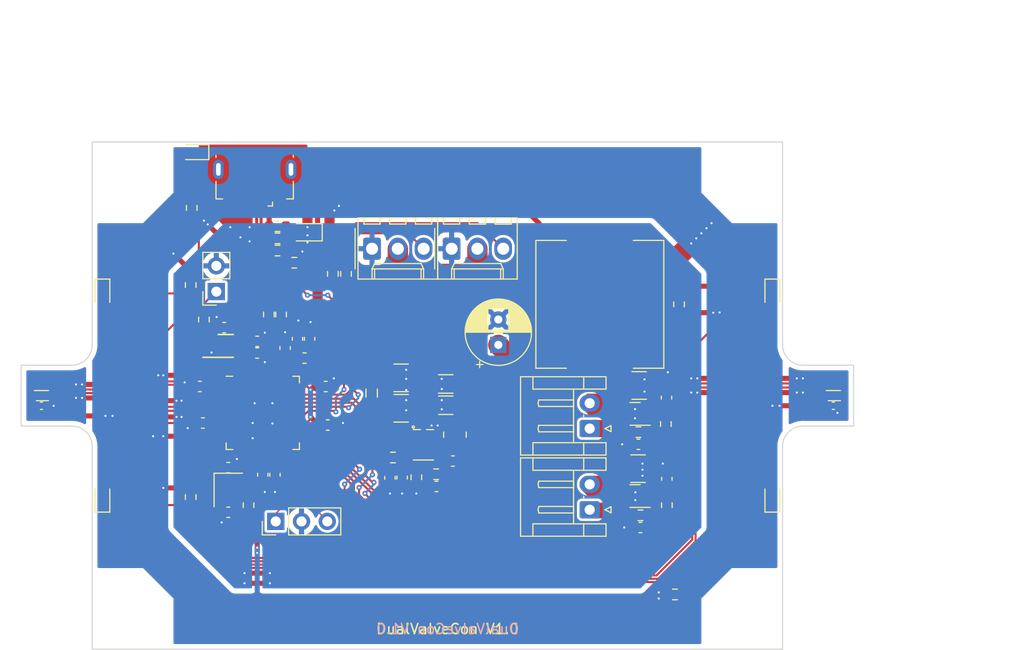
<source format=kicad_pcb>
(kicad_pcb (version 20211014) (generator pcbnew)
  (layers (0 "F.Cu" signal) (31 "B.Cu" signal) (34 "B.Paste" user) (35 "F.Paste" user) (36 "B.SilkS" user "B.Silkscreen") (37 "F.SilkS" user "F.Silkscreen") (38 "B.Mask" user) (39 "F.Mask" user) (44 "Edge.Cuts" user))
  (net 0 "")
  (net 1 "/XIN")
  (net 2 "GND")
  (net 3 "Net-(C2-Pad1)")
  (net 4 "+3V3")
  (net 5 "Net-(C4-Pad1)")
  (net 6 "+24V")
  (net 7 "Net-(C6-Pad2)")
  (net 8 "+1V1")
  (net 9 "Net-(C11-Pad2)")
  (net 10 "Net-(C13-Pad1)")
  (net 11 "Net-(C13-Pad2)")
  (net 12 "Net-(C16-Pad2)")
  (net 13 "Net-(C19-Pad1)")
  (net 14 "Net-(C25-Pad1)")
  (net 15 "Net-(C26-Pad1)")
  (net 16 "/motorDriver/Isens1")
  (net 17 "/motorDriver/Isens2")
  (net 18 "/motorDriver/VM")
  (net 19 "Net-(D1-Pad2)")
  (net 20 "Net-(D2-Pad1)")
  (net 21 "Net-(D3-Pad2)")
  (net 22 "Net-(D4-Pad1)")
  (net 23 "Net-(D4-Pad2)")
  (net 24 "Net-(D5-Pad1)")
  (net 25 "Net-(D6-Pad1)")
  (net 26 "VBUS")
  (net 27 "Net-(J1-Pad2)")
  (net 28 "Net-(J1-Pad3)")
  (net 30 "Net-(J2-Pad1)")
  (net 31 "Net-(J2-Pad3)")
  (net 32 "Net-(J3-Pad1)")
  (net 33 "Net-(J4-Pad3)")
  (net 34 "Net-(J5-Pad3)")
  (net 35 "Net-(J6-Pad1)")
  (net 36 "Net-(J6-Pad2)")
  (net 37 "Net-(J7-Pad1)")
  (net 38 "Net-(J7-Pad2)")
  (net 39 "/XOUT")
  (net 40 "Net-(R4-Pad2)")
  (net 41 "Net-(R5-Pad2)")
  (net 42 "/QSPI_CS")
  (net 43 "Net-(U2-Pad4)")
  (net 44 "Net-(R12-Pad2)")
  (net 45 "/UART1")
  (net 46 "/UART0")
  (net 47 "/motorDriver/PWM1_Iref")
  (net 48 "/motorDriver/PWM2_Iref")
  (net 49 "/QSPI_D1")
  (net 50 "/QSPI_D2")
  (net 51 "/QSPI_D0")
  (net 52 "/QSPI_CLK")
  (net 53 "/QSPI_D3")
  (net 54 "/V1_PosS")
  (net 55 "/V1_PosN")
  (net 56 "/V2_PosS")
  (net 57 "/V2_PosN")
  (net 60 "/motorDriver/PWM1A")
  (net 61 "/motorDriver/PWM1B")
  (net 62 "/motorDriver/PWM2A")
  (net 63 "/motorDriver/PWM2B")
  (net 70 "Net-(U2-Pad8)")
  (net 72 "Net-(D5-Pad2)")
  (net 73 "Net-(D6-Pad2)")
  (footprint "Capacitor_SMD:C_1210_3225Metric" (layer "F.Cu") (at 156.425 88.25 180)
    (fp_text reference "C6" hide)
    (fp_text value "10µ" hide)
  )
  (footprint "Package_DFN_QFN:QFN-56-1EP_7x7mm_P0.4mm_EP3.2x3.2mm" (layer "F.Cu") (at 142.8 88.7)
    (fp_text reference "U2" hide)
    (fp_text value "RP2040" hide)
  )
  (footprint "MountingHole:MountingHole_3.2mm_M3_DIN965" (layer "F.Cu") (at 190 66)
    (fp_text reference "H3" hide)
    (fp_text value "MountingHole" hide)
  )
  (footprint "Resistor_SMD:R_0603_1608Metric" (layer "F.Cu") (at 143.4 79 -90)
    (fp_text reference "R4" hide)
    (fp_text value "27" hide)
  )
  (footprint "Connector_JST:JST_EH_S2B-EH_1x02_P2.50mm_Horizontal" (layer "F.Cu") (at 175 98.25 90)
    (fp_text reference "J7" hide)
    (fp_text value "Conn_01x02" hide)
  )
  (footprint "Capacitor_SMD:C_1206_3216Metric" (layer "F.Cu") (at 160.825 87.95)
    (fp_text reference "C22" hide)
    (fp_text value "22µ" hide)
  )
  (footprint "Capacitor_SMD:C_1210_3225Metric" (layer "F.Cu") (at 179.7675 94.2 180)
    (fp_text reference "C29" hide)
    (fp_text value "10µ" hide)
  )
  (footprint "Capacitor_SMD:C_0603_1608Metric" (layer "F.Cu") (at 139 80.3 180)
    (fp_text reference "C3" hide)
    (fp_text value "100nF" hide)
  )
  (footprint "Inductor_SMD:L_0603_1608Metric" (layer "F.Cu") (at 146.9125 83.3 180)
    (fp_text reference "L1" hide)
    (fp_text value "600R" hide)
  )
  (footprint "Capacitor_SMD:C_0603_1608Metric" (layer "F.Cu") (at 142.25 82.8)
    (fp_text reference "C10" hide)
    (fp_text value "100nF" hide)
  )
  (footprint "Bergi:DFN-8-1EP_3x2mm_P0.5mm_EP0.3x1.6mm" (layer "F.Cu") (at 138.4 82.1)
    (fp_text reference "U1" hide)
    (fp_text value "W25Q16JVUXIQ" hide)
  )
  (footprint "Resistor_SMD:R_0603_1608Metric" (layer "F.Cu") (at 149.7 75 -90)
    (fp_text reference "R15" hide)
    (fp_text value "1k" hide)
  )
  (footprint "Connector_Molex:Molex_KK-254_AE-6410-03A_1x03_P2.54mm_Vertical" (layer "F.Cu") (at 161.4 72.52)
    (fp_text reference "J4" hide)
    (fp_text value "Conn_01x03" hide)
  )
  (footprint "Crystal:Crystal_SMD_2520-4Pin_2.5x2.0mm" (layer "F.Cu") (at 139.4 96.3 -90)
    (fp_text reference "Y1" hide)
    (fp_text value "12Mhz" hide)
  )
  (footprint "Connector_USB:USB_Micro-B_GCT_USB3076-30-A" (layer "F.Cu") (at 142 65.9 180)
    (fp_text reference "J1" hide)
    (fp_text value "USB_B_Micro" hide)
  )
  (footprint "LED_SMD:LED_0603_1608Metric" (layer "F.Cu") (at 127 97 90)
    (fp_text reference "D2" hide)
    (fp_text value "Green" hide)
  )
  (footprint "Capacitor_SMD:C_0603_1608Metric" (layer "F.Cu") (at 179.8 91.8 180)
    (fp_text reference "C27" hide)
    (fp_text value "DNP" hide)
  )
  (footprint "Capacitor_SMD:C_0603_1608Metric" (layer "F.Cu") (at 139.4 94.1)
    (fp_text reference "C1" hide)
    (fp_text value "12p" hide)
  )
  (footprint "Resistor_SMD:R_0603_1608Metric" (layer "F.Cu") (at 135.7 97 90)
    (fp_text reference "R8" hide)
    (fp_text value "470R" hide)
  )
  (footprint "Connector_JST:JST_EH_S2B-EH_1x02_P2.50mm_Horizontal" (layer "F.Cu") (at 175 90.25 90)
    (fp_text reference "J6" hide)
    (fp_text value "Conn_01x02" hide)
  )
  (footprint "LED_SMD:LED_0603_1608Metric" (layer "F.Cu") (at 127 77 -90)
    (fp_text reference "D4" hide)
    (fp_text value "Yellow" hide)
  )
  (footprint "Bergi:DFN-4-1EP_1.4x1mm_P0.5mm_EP0.55x0.75mm" (layer "F.Cu") (at 199 87)
    (fp_text reference "U4" hide)
    (fp_text value "MHA100KN" hide)
  )
  (footprint "MountingHole:MountingHole_3.2mm_M3_DIN965" (layer "F.Cu") (at 190 108)
    (fp_text reference "H2" hide)
    (fp_text value "MountingHole" hide)
  )
  (footprint "Capacitor_SMD:C_0402_1005Metric" (layer "F.Cu") (at 121 88)
    (fp_text reference "C12" hide)
    (fp_text value "100nF" hide)
  )
  (footprint "Resistor_SMD:R_0603_1608Metric" (layer "F.Cu") (at 182.6 97.8 -90)
    (fp_text reference "R20" hide)
    (fp_text value "10k" hide)
  )
  (footprint "Capacitor_SMD:C_0603_1608Metric" (layer "F.Cu") (at 180 100 180)
    (fp_text reference "C28" hide)
    (fp_text value "DNP" hide)
  )
  (footprint "Diode_SMD:D_SOD-323" (layer "F.Cu") (at 147.15 70.9 180)
    (fp_text reference "D1" hide)
    (fp_text value "BAT54W" hide)
  )
  (footprint "Resistor_SMD:R_0603_1608Metric" (layer "F.Cu") (at 144.6 79 -90)
    (fp_text reference "R5" hide)
    (fp_text value "27" hide)
  )
  (footprint "LED_SMD:LED_0603_1608Metric" (layer "F.Cu") (at 193 97 90)
    (fp_text reference "D6" hide)
    (fp_text value "Yellow" hide)
  )
  (footprint "Resistor_SMD:R_0603_1608Metric" (layer "F.Cu") (at 180 98.8 180)
    (fp_text reference "R22" hide)
    (fp_text value "1.1k" hide)
  )
  (footprint "LED_SMD:LED_0603_1608Metric" (layer "F.Cu") (at 193 77 -90)
    (fp_text reference "D5" hide)
    (fp_text value "Green" hide)
  )
  (footprint "Inductor_SMD:L_1008_2520Metric" (layer "F.Cu") (at 161.725 90.85 90)
    (fp_text reference "L3" hide)
    (fp_text value "4.7u" hide)
  )
  (footprint "Capacitor_SMD:C_0402_1005Metric" (layer "F.Cu") (at 199 88)
    (fp_text reference "C17" hide)
    (fp_text value "100nF" hide)
  )
  (footprint "Capacitor_SMD:C_0603_1608Metric" (layer "F.Cu") (at 149 86.1)
    (fp_text reference "C9" hide)
    (fp_text value "100nF" hide)
  )
  (footprint "Capacitor_SMD:C_0603_1608Metric" (layer "F.Cu") (at 144 94.8 -90)
    (fp_text reference "C8" hide)
    (fp_text value "100nF" hide)
  )
  (footprint "Connector_PinHeader_2.54mm:PinHeader_1x03_P2.54mm_Vertical" (layer "F.Cu") (at 144.075 99.4 90)
    (fp_text reference "J2" hide)
    (fp_text value "Conn_01x03" hide)
  )
  (footprint "Resistor_SMD:R_0603_1608Metric" (layer "F.Cu") (at 183.4 106.6 180)
    (fp_text reference "R11" hide)
    (fp_text value "470R" hide)
  )
  (footprint "Resistor_SMD:R_0603_1608Metric" (layer "F.Cu") (at 157.925 95.05 -90)
    (fp_text reference "R18" hide)
    (fp_text value "30k" hide)
  )
  (footprint "Capacitor_SMD:C_0603_1608Metric" (layer "F.Cu") (at 142.25 81.65)
    (fp_text reference "C14" hide)
    (fp_text value "100nF" hide)
  )
  (footprint "Package_SON:WSON-8-1EP_2x2mm_P0.5mm_EP0.9x1.6mm" (layer "F.Cu") (at 179.4675 88.8 180)
    (fp_text reference "U6" hide)
    (fp_text value "DRV8231ADSGR" hide)
  )
  (footprint "Resistor_SMD:R_0603_1608Metric" (layer "F.Cu") (at 144.25 71.5 180)
    (fp_text reference "R1" hide)
    (fp_text value "20R" hide)
  )
  (footprint "LED_SMD:LED_0603_1608Metric" (layer "F.Cu") (at 136 63 180)
    (fp_text reference "D3" hide)
    (fp_text value "Green" hide)
  )
  (footprint "Resistor_SMD:R_0603_1608Metric" (layer "F.Cu") (at 137 79.5 90)
    (fp_text reference "R6" hide)
    (fp_text value "1k" hide)
  )
  (footprint "MountingHole:MountingHole_3.2mm_M3_DIN965" (layer "F.Cu") (at 130 108)
    (fp_text reference "H4" hide)
    (fp_text value "MountingHole" hide)
  )
  (footprint "Capacitor_SMD:C_0603_1608Metric" (layer "F.Cu") (at 161.525 93.45 180)
    (fp_text reference "C13" hide)
    (fp_text value "100n" hide)
  )
  (footprint "MountingHole:MountingHole_3.2mm_M3_DIN965" (layer "F.Cu") (at 130 66)
    (fp_text reference "H1" hide)
    (fp_text value "MountingHole" hide)
  )
  (footprint "Capacitor_SMD:C_0603_1608Metric" (layer "F.Cu") (at 136.6 86.1 180)
    (fp_text reference "C7" hide)
    (fp_text value "100nF" hide)
  )
  (footprint "Capacitor_SMD:C_0603_1608Metric" (layer "F.Cu") (at 142.8 94.8 -90)
    (fp_text reference "C20" hide)
    (fp_text value "100nF" hide)
  )
  (footprint "Capacitor_SMD:C_0603_1608Metric" (layer "F.Cu") (at 147.4125 81.4 90)
    (fp_text reference "C4" hide)
    (fp_text value "1µF" hide)
  )
  (footprint "Connector_Molex:Molex_KK-254_AE-6410-03A_1x03_P2.54mm_Vertical" (layer "F.Cu") (at 153.56 72.52)
    (fp_text reference "J5" hide)
    (fp_text value "Conn_01x03" hide)
  )
  (footprint "Connector_PinSocket_2.54mm:PinSocket_1x02_P2.54mm_Vertical" (layer "F.Cu") (at 138.225 76.75 180)
    (fp_text reference "J3" hide)
    (fp_text value "Conn_01x02" hide)
  )
  (footprint "Capacitor_SMD:C_1210_3225Metric" (layer "F.Cu") (at 156.425 85.25 180)
    (fp_text reference "C5" hide)
    (fp_text value "10µ" hide)
  )
  (footprint "Resistor_SMD:R_0603_1608Metric" (layer "F.Cu") (at 151 75 -90)
    (fp_text reference "R14" hide)
    (fp_text value "1k" hide)
  )
  (footprint "Resistor_SMD:R_0603_1608Metric" (layer "F.Cu") (at 144.25 70.3 180)
    (fp_text reference "R2" hide)
    (fp_text value "20R" hide)
  )
  (footprint "Bergi:DFN-4-1EP_1.4x1mm_P0.5mm_EP0.55x0.75mm" (layer "F.Cu") (at 121 87)
    (fp_text reference "U5" hide)
    (fp_text value "MHA100KN" hide)
  )
  (footprint "Resistor_SMD:R_0603_1608Metric" (layer "F.Cu") (at 145.9 73.9)
    (fp_text reference "R13" hide)
    (fp_text value "10k" hide)
  )
  (footprint "Resistor_SMD:R_0603_1608Metric" (layer "F.Cu") (at 135.8 68.5 90)
    (fp_text reference "R7" hide)
    (fp_text value "470R" hide)
  )
  (footprint "Resistor_SMD:R_0603_1608Metric" (layer "F.Cu") (at 183.8 78 -90)
    (fp_text reference "R10" hide)
    (fp_text value "470R" hide)
  )
  (footprint "Capacitor_SMD:C_0603_1608Metric" (layer "F.Cu") (at 149.2 89.9)
    (fp_text reference "C21" hide)
    (fp_text value "100nF" hide)
  )
  (footprint "Package_SON:WSON-8-1EP_2x2mm_P0.5mm_EP0.9x1.6mm" (layer "F.Cu") (at 179.4675 96.9 180)
    (fp_text reference "U7" hide)
    (fp_text value "DRV8231ADSGR" hide)
  )
  (footprint "Capacitor_SMD:C_0603_1608Metric" (layer "F.Cu") (at 136.9 89.7 180)
    (fp_text reference "C18" hide)
    (fp_text value "100nF" hide)
  )
  (footprint "Capacitor_SMD:C_0603_1608Metric" (layer "F.Cu") (at 156.525 95.075 90)
    (fp_text reference "C16" hide)
    (fp_text value "DNP" hide)
  )
  (footprint "Capacitor_SMD:C_0603_1608Metric" (layer "F.Cu") (at 145 82.3 90)
    (fp_text reference "C15" hide)
    (fp_text value "1µF" hide)
  )
  (footprint "Inductor_SMD:L_12x12mm_H8mm" (layer "F.Cu") (at 176 78 90)
    (fp_text reference "L4" hide)
    (fp_text value "33µ" hide)
  )
  (footprint "Capacitor_SMD:C_0603_1608Metric" (layer "F.Cu") (at 159.9 95.95)
    (fp_text reference "C19" hide)
    (fp_text value "DNP" hide)
  )
  (footprint "Resistor_SMD:R_0603_1608Metric" (layer "F.Cu") (at 141.4 97.8 -90)
    (fp_text reference "R3" hide)
    (fp_text value "1k" hide)
  )
  (footprint "Capacitor_SMD:C_0603_1608Metric" (layer "F.Cu") (at 139.4 98.5 180)
    (fp_text reference "C2" hide)
    (fp_text value "12p" hide)
  )
  (footprint "Bergi:V-DFN3020-13" (layer "F.Cu") (at 158.625 91.85)
    (fp_text reference "U3" hide)
    (fp_text value "AP63357Q" hide)
  )
  (footprint "Resistor_SMD:R_0603_1608Metric" (layer "F.Cu") (at 144.25 72.7)
    (fp_text reference "R12" hide)
    (fp_text value "5.6k" hide)
  )
  (footprint "Capacitor_SMD:C_1210_3225Metric" (layer "F.Cu") (at 179.8675 86 180)
    (fp_text reference "C30" hide)
    (fp_text value "10µ" hide)
  )
  (footprint "Resistor_SMD:R_0603_1608Metric" (layer "F.Cu") (at 155.625 93.1 180)
    (fp_text reference "R16" hide)
    (fp_text value "27k" hide)
  )
  (footprint "Resistor_SMD:R_0603_1608Metric" (layer "F.Cu") (at 179.8 90.6 180)
    (fp_text reference "R21" hide)
    (fp_text value "1.1k" hide)
  )
  (footprint "Inductor_SMD:L_0805_2012Metric" (layer "F.Cu") (at 153.525 86.75 90)
    (fp_text reference "L2" hide)
    (fp_text value "10µ" hide)
  )
  (footprint "Capacitor_THT:CP_Radial_D6.3mm_P2.50mm" (layer "F.Cu") (at 166 82 90)
    (fp_text reference "C31" hide)
    (fp_text value "100µ" hide)
  )
  (footprint "Resistor_SMD:R_0603_1608Metric" (layer "F.Cu") (at 159.875 94.75 180)
    (fp_text reference "R17" hide)
    (fp_text value "91k" hide)
  )
  (footprint "Capacitor_SMD:C_0603_1608Metric" (layer "F.Cu") (at 182.5675 87.2 90)
    (fp_text reference "C25" hide)
    (fp_text value "100nF" hide)
  )
  (footprint "Capacitor_SMD:C_0603_1608Metric" (layer "F.Cu") (at 182.6 95.2 90)
    (fp_text reference "C26" hide)
    (fp_text value "100nF" hide)
  )
  (footprint "Capacitor_SMD:C_0603_1608Metric" (layer "F.Cu") (at 155.325 95.1 90)
    (fp_text reference "C11" hide)
    (fp_text value "3.3n" hide)
  )
  (footprint "Capacitor_SMD:C_0603_1608Metric" (layer "F.Cu") (at 146.2125 81.4 90)
    (fp_text reference "C23" hide)
    (fp_text value "1µF" hide)
  )
  (footprint "Resistor_SMD:R_0603_1608Metric" (layer "F.Cu") (at 182.5 89.8 -90)
    (fp_text reference "R19" hide)
    (fp_text value "10k" hide)
  )
  (footprint "Capacitor_SMD:C_1206_3216Metric" (layer "F.Cu") (at 160.825 85.85)
    (fp_text reference "C24" hide)
    (fp_text value "22µ" hide)
  )
  (footprint "Resistor_SMD:R_0603_1608Metric" (layer "F.Cu") (at 135.7 76.1 90)
    (fp_text reference "R9" hide)
    (fp_text value "470R" hide)
  )
  (gr_line (start 201 84) (end 196 84) (layer "Edge.Cuts") (width 0.1))
  (gr_line (start 124 84) (end 119 84) (layer "Edge.Cuts") (width 0.1))
  (gr_line (start 126 62) (end 194 62) (layer "Edge.Cuts") (width 0.1))
  (gr_line (start 201 90) (end 201 84) (layer "Edge.Cuts") (width 0.1))
  (gr_arc (start 124 90) (mid 125.414214 90.585786) (end 126 92) (layer "Edge.Cuts") (width 0.1))
  (gr_line (start 119 84) (end 119 90) (layer "Edge.Cuts") (width 0.1))
  (gr_line (start 119 90) (end 124 90) (layer "Edge.Cuts") (width 0.1))
  (gr_arc (start 126 82) (mid 125.414214 83.414214) (end 124 84) (layer "Edge.Cuts") (width 0.1))
  (gr_line (start 194 92) (end 194 112) (layer "Edge.Cuts") (width 0.1))
  (gr_line (start 194 82) (end 194 62) (layer "Edge.Cuts") (width 0.1))
  (gr_line (start 126 82) (end 126 62) (layer "Edge.Cuts") (width 0.1))
  (gr_line (start 194 112) (end 126 112) (layer "Edge.Cuts") (width 0.1))
  (gr_arc (start 194 92) (mid 194.585786 90.585786) (end 196 90) (layer "Edge.Cuts") (width 0.1))
  (gr_line (start 126 112) (end 126 92) (layer "Edge.Cuts") (width 0.1))
  (gr_arc (start 196 84) (mid 194.585786 83.414214) (end 194 82) (layer "Edge.Cuts") (width 0.1))
  (gr_line (start 196 90) (end 201 90) (layer "Edge.Cuts") (width 0.1))
  (gr_text "DualValveCon V1.0" (at 161 110) (layer "B.SilkS") (effects (font (size 1 1)) (justify mirror)))
  (gr_text "DualValveCon V1.0" (at 161 110) (layer "F.SilkS") (effects (font (size 1 1))))
  (segment (start 142.2 92.937552) (end 142.2 92.1375) (width 0.127) (layer "F.Cu") (net 1))
  (segment (start 138.8 96.3) (end 140.8 96.3) (width 0.127) (layer "F.Cu") (net 1))
  (segment (start 140.8 96.3) (end 141.073 96.027) (width 0.127) (layer "F.Cu") (net 1))
  (segment (start 141.073 96.027) (end 141.073 94.064552) (width 0.127) (layer "F.Cu") (net 1))
  (segment (start 141.073 94.064552) (end 142.2 92.937552) (width 0.127) (layer "F.Cu") (net 1))
  (segment (start 138.7 96.2) (end 138.8 96.3) (width 0.127) (layer "F.Cu") (net 1))
  (segment (start 138.625 95.35) (end 138.7 95.425) (width 0.2) (layer "F.Cu") (net 1))
  (segment (start 138.7 95.425) (end 138.7 96.2) (width 0.127) (layer "F.Cu") (net 1))
  (segment (start 138.625 94.1) (end 138.625 95.35) (width 0.2) (layer "F.Cu") (net 1))
  (segment (start 137.65 82.85) (end 137.75 82.75) (width 0.2) (layer "F.Cu") (net 2))
  (segment (start 179.4675 88.8) (end 179.4675 88.3325) (width 0.5) (layer "F.Cu") (net 2))
  (segment (start 147.4125 80.625) (end 147.4125 79.8375) (width 0.5) (layer "F.Cu") (net 2))
  (segment (start 199.48 88) (end 199.48 88.62) (width 0.5) (layer "F.Cu") (net 2))
  (segment (start 179.225 100) (end 178.4 100) (width 0.5) (layer "F.Cu") (net 2))
  (segment (start 199.48 88.62) (end 199.4 88.7) (width 0.5) (layer "F.Cu") (net 2))
  (segment (start 141.8 91.2) (end 141.8 89.7) (width 0.2) (layer "F.Cu") (net 2))
  (segment (start 138.4 82.1) (end 138.4 80.475) (width 0.2) (layer "F.Cu") (net 2))
  (segment (start 138.7 97.175) (end 138.7 98.425) (width 0.5) (layer "F.Cu") (net 2))
  (segment (start 155.325 95.875) (end 155.325 96.65) (width 0.3) (layer "F.Cu") (net 2))
  (segment (start 141.8 89.7) (end 142.8 88.7) (width 0.2) (layer "F.Cu") (net 2))
  (segment (start 180.15 95.15) (end 181.1 94.2) (width 0.5) (layer "F.Cu") (net 2))
  (segment (start 179.5 95.8) (end 180.15 95.15) (width 0.5) (layer "F.Cu") (net 2))
  (segment (start 181.9 84.7) (end 182.7 84.7) (width 0.5) (layer "F.Cu") (net 2))
  (segment (start 145 81.525) (end 145 81.5) (width 0.5) (layer "F.Cu") (net 2))
  (segment (start 155.325 95.875) (end 157.925 95.875) (width 0.3) (layer "F.Cu") (net 2))
  (segment (start 149.8 86.075) (end 149.775 86.1) (width 0.5) (layer "F.Cu") (net 2))
  (segment (start 135.1 85.7) (end 135.5 86.1) (width 0.5) (layer "F.Cu") (net 2))
  (segment (start 147.2 71.2) (end 147.2 71.9) (width 1) (layer "F.Cu") (net 2))
  (segment (start 156.525 95.85) (end 156.525 96.65) (width 0.3) (layer "F.Cu") (net 2))
  (segment (start 138.625 99.375) (end 138.625 98.5) (width 0.5) (layer "F.Cu") (net 2))
  (segment (start 147.4125 79.8375) (end 147.5 79.75) (width 0.5) (layer "F.Cu") (net 2))
  (segment (start 121.48 87.48) (end 121.48 88) (width 0.5) (layer "F.Cu") (net 2))
  (segment (start 195.4 85.3) (end 196 85.3) (width 0.5) (layer "F.Cu") (net 2))
  (segment (start 138.225 79.275) (end 138.25 79.25) (width 0.2) (layer "F.Cu") (net 2))
  (segment (start 125 87.2265) (end 124.9995 87.227) (width 0.5) (layer "F.Cu") (net 2))
  (segment (start 143.025 82.8) (end 143.025 83.675) (width 0.5) (layer "F.Cu") (net 2))
  (segment (start 138.75 99.5) (end 138.625 99.375) (width 0.5) (layer "F.Cu") (net 2))
  (segment (start 129.9 89.1) (end 134.8 89.1) (width 0.5) (layer "F.Cu") (net 2))
  (segment (start 146.725 73.9) (end 146.725 72.825) (width 0.2) (layer "F.Cu") (net 2))
  (segment (start 179.025 90.65) (end 178.975 90.6) (width 0.5) (layer "F.Cu") (net 2))
  (segment (start 180.2 94.9) (end 180.2 94.3) (width 0.5) (layer "F.Cu") (net 2))
  (segment (start 179.2175 89.05) (end 179.4675 88.8) (width 0.2) (layer "F.Cu") (net 2))
  (segment (start 195.4 86.7) (end 196 86.7) (width 0.5) (layer "F.Cu") (net 2))
  (segment (start 145 81.5) (end 145.875 80.625) (width 0.5) (layer "F.Cu") (net 2))
  (segment (start 138.7 98.425) (end 138.625 98.5) (width 0.5) (layer "F.Cu") (net 2))
  (segment (start 140.1 93.4) (end 140.25 93.25) (width 0.5) (layer "F.Cu") (net 2))
  (segment (start 121.48 88) (end 122.2 88) (width 0.2) (layer "F.Cu") (net 2))
  (segment (start 125 85.9) (end 128.7 85.9) (width 0.5) (layer "F.Cu") (net 2))
  (segment (start 140.1 94.175) (end 140.175 94.1) (width 0.5) (layer "F.Cu") (net 2))
  (segment (start 181.4675 94.425) (end 181.2425 94.2) (width 0.5) (layer "F.Cu") (net 2))
  (segment (start 179.2175 97.15) (end 179.4675 96.9) (width 0.2) (layer "F.Cu") (net 2))
  (segment (start 185 86.7) (end 195.4 86.7) (width 0.5) (layer "F.Cu") (net 2))
  (segment (start 179.225 100) (end 179.225 98.85) (width 0.5) (layer "F.Cu") (net 2))
  (segment (start 180.4 86.6) (end 181 86) (width 0.5) (layer "F.Cu") (net 2))
  (segment (start 181.3425 86) (end 181.3425 85.2575) (width 0.5) (layer "F.Cu") (net 2))
  (segment (start 141.8 92.1375) (end 141.8 91.2) (width 0.2) (layer "F.Cu") (net 2))
  (segment (start 179.025 91.8) (end 178.2 91.8) (width 0.5) (layer "F.Cu") (net 2))
  (segment (start 145.575 67.575) (end 146.6 68.6) (width 1) (layer "F.Cu") (net 2))
  (segment (start 199.7 87.25) (end 199.7 87.78) (width 0.2) (layer "F.Cu") (net 2))
  (segment (start 185.6 85.3) (end 195.4 85.3) (width 0.5) (layer "F.Cu") (net 2))
  (segment (start 180.4 86.6) (end 179.4675 87.5325) (width 0.5) (layer "F.Cu") (net 2))
  (segment (start 140.1 95.425) (end 140.1 94.175) (width 0.5) (layer "F.Cu") (net 2))
  (segment (start 149.8 85.3) (end 149.8 86.075) (width 0.5) (layer "F.Cu") (net 2))
  (segment (start 179.025 91.8) (end 179.025 90.65) (width 0.5) (layer "F.Cu") (net 2))
  (segment (start 181.3425 85.2575) (end 181.9 84.7) (width 0.5) (layer "F.Cu") (net 2))
  (segment (start 143.5 104.5) (end 141 104.5) (width 0.5) (layer "F.Cu") (net 2))
  (segment (start 138.4 82.75) (end 137.75 82.75) (width 0.2) (layer "F.Cu") (net 2))
  (segment (start 143 95.775) (end 143 96.5) (width 0.5) (layer "F.Cu") (net 2))
  (segment (start 145 81.525) (end 145 80.75) (width 0.5) (layer "F.Cu") (net 2))
  (segment (start 179.4675 87.5325) (end 179.4675 88.3325) (width 0.5) (layer "F.Cu") (net 2))
  (segment (start 179.5 96.9325) (end 179.4675 96.9) (width 0.5) (layer "F.Cu") (net 2))
  (segment (start 146.6 68.6) (end 147.2 69.2) (width 1) (layer "F.Cu") (net 2))
  (segment (start 135.4 90.2) (end 135.625 90.2) (width 0.5) (layer "F.Cu") (net 2))
  (segment (start 130.3 87.5) (end 134.8 87.5) (width 0.5) (layer "F.Cu") (net 2))
  (segment (start 136.8875 62.8) (end 138.425 64.3375) (width 0.2) (layer "F.Cu") (net 2))
  (segment (start 178.5175 97.15) (end 179.2175 97.15) (width 0.2) (layer "F.Cu") (net 2))
  (segment (start 146.2125 79.6875) (end 146.3 79.6) (width 0.5) (layer "F.Cu") (net 2))
  (segment (start 180.15 95.15) (end 180.2 95.1) (width 0.5) (layer "F.Cu") (net 2))
  (segment (start 144 95.575) (end 144 96.5) (width 0.5) (layer "F.Cu") (net 2))
  (segment (start 143.025 80.825) (end 143.025 81.65) (width 0.5) (layer "F.Cu") (net 2))
  (segment (start 128.0265 87.2265) (end 129.9 89.1) (width 0.5) (layer "F.Cu") (net 2))
  (segment (start 128.7 85.9) (end 130.3 87.5) (width 0.5) (layer "F.Cu") (net 2))
  (segment (start 147.2 70.4) (end 147.2 70.9) (width 1) (layer "F.Cu") (net 2))
  (segment (start 178.975 90.6) (end 178.975 90.425) (width 0.5) (layer "F.Cu") (net 2))
  (segment (start 185 85.3) (end 185.6 85.3) (width 0.5) (layer "F.Cu") (net 2))
  (segment (start 178.5175 89.05) (end 179.2175 89.05) (width 0.2) (layer "F.Cu") (net 2))
  (segment (start 179.4675 89.2325) (end 179.4675 88.8) (width 0.5) (layer "F.Cu") (net 2))
  (segment (start 182.6 94.425) (end 181.4675 94.425) (width 0.5) (layer "F.Cu") (net 2))
  (segment (start 157.925 95.875) (end 157.925 96.65) (width 0.3) (layer "F.Cu") (net 2))
  (segment (start 179.225 98.85) (end 179.175 98.8) (width 0.5) (layer "F.Cu") (net 2))
  (segment (start 125 87.2265) (end 128.0265 87.2265) (width 0.5) (layer "F.Cu") (net 2))
  (segment (start 142.8 95.575) (end 144 95.575) (width 0.5) (layer "F.Cu") (net 2))
  (segment (start 181.1 94.2) (end 181.2425 94.2) (width 0.5) (layer "F.Cu") (net 2))
  (segment (start 179.5 96.5325) (end 179.5 95.8) (width 0.5) (layer "F.Cu") (net 2))
  (segment (start 179.4675 96.565) (end 179.5 96.5325) (width 0.5) (layer "F.Cu") (net 2))
  (segment (start 138.4 80.475) (end 138.225 80.3) (width 0.2) (layer "F.Cu") (net 2))
  (segment (start 140.1 95.425) (end 140.1 93.4) (width 0.5) (layer "F.Cu") (net 2))
  (segment (start 147.2 70.9) (end 147.2 71.2) (width 1) (layer "F.Cu") (net 2))
  (segment (start 135.5 86.1) (end 135.825 86.1) (width 0.5) (layer "F.Cu") (net 2))
  (segment (start 179.175 98.8) (end 179.5 98.475) (width 0.5) (layer "F.Cu") (net 2))
  (segment (start 179.5 97.3) (end 179.5 96.9325) (width 0.5) (layer "F.Cu") (net 2))
  (segment (start 180.2 95.1) (end 180.2 94.9) (width 0.5) (layer "F.Cu") (net 2))
  (segment (start 124.9995 87.227) (end 124.4 87.227) (width 0.5) (layer "F.Cu") (net 2))
  (segment (start 143 80.8) (end 143.025 80.825) (width 0.5) (layer "F.Cu") (net 2))
  (segment (start 143.025 82.8) (end 143.025 81.65) (width 0.5) (layer "F.Cu") (net 2))
  (segment (start 138.4 82.1) (end 138.4 82.75) (width 0.2) (layer "F.Cu") (net 2))
  (segment (start 125 85.9) (end 124.4 85.9) (width 0.5) (layer "F.Cu") (net 2))
  (segment (start 199.48 87.48) (end 199.48 88) (width 0.5) (layer "F.Cu") (net 2))
  (segment (start 181 86) (end 181.3425 86) (width 0.5) (layer "F.Cu") (net 2))
  (segment (start 149.775 89.7) (end 150.7 89.7) (width 0.5) (layer "F.Cu") (net 2))
  (segment (start 146.2125 80.625) (end 146.2125 79.6875) (width 0.5) (layer "F.Cu") (net 2))
  (segment (start 199 87) (end 199.48 87.48) (width 0.5) (layer "F.Cu") (net 2))
  (segment (start 179.5 98.475) (end 179.5 97.3) (width 0.5) (layer "F.Cu") (net 2))
  (segment (start 147.2 69.2) (end 147.2 70.4) (width 1) (layer "F.Cu") (net 2))
  (segment (start 142.8 95.575) (end 143 95.775) (width 0.5) (layer "F.Cu") (net 2))
  (segment (start 180.2 94.3) (end 180.2 93.7) (width 0.5) (layer "F.Cu") (net 2))
  (segment (start 143.5 105.5) (end 141 105.5) (width 0.5) (layer "F.Cu") (net 2))
  (segment (start 143.025 83.675) (end 143 83.7) (width 0.5) (layer "F.Cu") (net 2))
  (segment (start 146.725 72.825) (end 146.7 72.8) (width 0.2) (layer "F.Cu") (net 2))
  (segment (start 136.95 82.85) (end 137.65 82.85) (width 0.2) (layer "F.Cu") (net 2))
  (segment (start 179.4675 96.9) (end 179.4675 96.565) (width 0.5) (layer "F.Cu") (net 2))
  (segment (start 199.7 87.78) (end 199.48 88) (width 0.2) (layer "F.Cu") (net 2))
  (segment (start 138.425 64.3375) (end 138.425 64.7) (width 0.2) (layer "F.Cu") (net 2))
  (segment (start 145.875 80.625) (end 147.4125 80.625) (width 0.5) (layer "F.Cu") (net 2))
  (segment (start 138.225 80.3) (end 138.225 79.275) (width 0.5) (layer "F.Cu") (net 2))
  (segment (start 145.575 64.7) (end 145.575 67.575) (width 1) (layer "F.Cu") (net 2))
  (segment (start 179.4675 89.9325) (end 179.4675 89.2325) (width 0.5) (layer "F.Cu") (net 2))
  (segment (start 121.48 88) (end 121.48 87.47) (width 0.2) (layer "F.Cu") (net 2))
  (segment (start 135.625 90.2) (end 136.125 89.7) (width 0.5) (layer "F.Cu") (net 2))
  (segment (start 178.975 90.425) (end 179.4675 89.9325) (width 0.5) (layer "F.Cu") (net 2))
  (segment (start 121.48 87.47) (end 121.7 87.25) (width 0.2) (layer "F.Cu") (net 2))
  (segment (start 121 87) (end 121.48 87.48) (width 0.5) (layer "F.Cu") (net 2))
  (via (at 142 87.75) (size 0.5) (drill 0.2) (layers "F.Cu" "B.Cu") (net 2))
  (via (at 180.2 93.7) (size 0.5) (drill 0.2) (layers "F.Cu" "B.Cu") (net 2))
  (via (at 146.3 79.6) (size 0.5) (drill 0.2) (layers "F.Cu" "B.Cu") (net 2))
  (via (at 182.7 84.7) (size 0.5) (drill 0.2) (layers "F.Cu" "B.Cu") (net 2))
  (via (at 143.5 104.5) (size 0.5) (drill 0.2) (layers "F.Cu" "B.Cu") (net 2))
  (via (at 195.4 86.7) (size 0.5) (drill 0.2) (layers "F.Cu" "B.Cu") (net 2))
  (via (at 160.425 86.35) (size 0.5) (drill 0.2) (layers "F.Cu" "B.Cu") (net 2))
  (via (at 182.2 93.7) (size 0.5) (drill 0.2) (layers "F.Cu" "B.Cu") (net 2))
  (via (at 180.2 94.3) (size 0.5) (drill 0.2) (layers "F.Cu" "B.Cu") (net 2))
  (via (at 135.4 90.2) (size 0.5) (drill 0.2) (layers "F.Cu" "B.Cu") (net 2))
  (via (at 160.425 85.35) (size 0.5) (drill 0.2) (layers "F.Cu" "B.Cu") (net 2))
  (via (at 144 96.5) (size 0.5) (drill 0.2) (layers "F.Cu" "B.Cu") (net 2))
  (via (at 150.7 89.7) (size 0.5) (drill 0.2) (layers "F.Cu" "B.Cu") (net 2))
  (via (at 160.425 87.45) (size 0.5) (drill 0.2) (layers "F.Cu" "B.Cu") (net 2))
  (via (at 141 105.5) (size 0.5) (drill 0.2) (layers "F.Cu" "B.Cu") (net 2))
  (via (at 147.2 70.4) (size 0.5) (drill 0.2) (layers "F.Cu" "B.Cu") (net 2))
  (via (at 137.75 82.75) (size 0.5) (drill 0.2) (layers "F.Cu" "B.Cu") (net 2))
  (via (at 125 87.2265) (size 0.5) (drill 0.2) (layers "F.Cu" "B.Cu") (net 2))
  (via (at 185.6 86.7) (size 0.5) (drill 0.2) (layers "F.Cu" "B.Cu") (net 2))
  (via (at 178.4 100) (size 0.5) (drill 0.2) (layers "F.Cu" "B.Cu") (net 2))
  (via (at 147.2 71.2) (size 0.5) (drill 0.2) (layers "F.Cu" "B.Cu") (net 2))
  (via (at 199.4 88.7) (size 0.5) (drill 0.2) (layers "F.Cu" "B.Cu") (net 2))
  (via (at 125 85.9) (size 0.5) (drill 0.2) (layers "F.Cu" "B.Cu") (net 2))
  (via (at 149.8 85.3) (size 0.5) (drill 0.2) (layers "F.Cu" "B.Cu") (net 2))
  (via (at 134.8 89.1) (size 0.5) (drill 0.2) (layers "F.Cu" "B.Cu") (net 2))
  (via (at 143 80.8) (size 0.5) (drill 0.2) (layers "F.Cu" "B.Cu") (net 2))
  (via (at 143.75 87.75) (size 0.5) (drill 0.2) (layers "F.Cu" "B.Cu") (net 2))
  (via (at 143.75 89.75) (size 0.5) (drill 0.2) (layers "F.Cu" "B.Cu") (net 2))
  (via (at 143 83.7) (size 0.5) (drill 0.2) (layers "F.Cu" "B.Cu") (net 2))
  (via (at 138.75 99.5) (size 0.5) (drill 0.2) (layers "F.Cu" "B.Cu") (net 2))
  (via (at 140.6 71.4) (size 0.5) (drill 0.2) (layers "F.Cu" "B.Cu") (net 2))
  (via (at 156.925 85.35) (size 0.5) (drill 0.2) (layers "F.Cu" "B.Cu") (net 2))
  (via (at 195.4 85.3) (size 0.5) (drill 0.2) (layers "F.Cu" "B.Cu") (net 2))
  (via (at 178.2 91.8) (size 0.5) (drill 0.2) (layers "F.Cu" "B.Cu") (net 2))
  (via (at 134.3 89.1) (size 0.5) (drill 0.2) (layers "F.Cu" "B.Cu") (net 2))
  (via (at 124.4 85.9) (size 0.5) (drill 0.2) (layers "F.Cu" "B.Cu") (net 2))
  (via (at 147.5 79.75) (size 0.5) (drill 0.2) (layers "F.Cu" "B.Cu") (net 2))
  (via (at 180.4 86.6) (size 0.5) (drill 0.2) (layers "F.Cu" "B.Cu") (net 2))
  (via (at 179.5 96.5325) (size 0.5) (drill 0.2) (layers "F.Cu" "B.Cu") (net 2))
  (via (at 180.4 85.4) (size 0.5) (drill 0.2) (layers "F.Cu" "B.Cu") (net 2))
  (via (at 156.525 96.65) (size 0.5) (drill 0.2) (layers "F.Cu" "B.Cu") (net 2))
  (via (at 179.4675 88.3325) (size 0.5) (drill 0.2) (layers "F.Cu" "B.Cu") (net 2))
  (via (at 180.2 94.9) (size 0.5) (drill 0.2) (layers "F.Cu" "B.Cu") (net 2))
  (via (at 156.925 84.45) (size 0.5) (drill 0.2) (layers "F.Cu" "B.Cu") (net 2))
  (via (at 160.425 88.35) (size 0.5) (drill 0.2) (layers "F.Cu" "B.Cu") (net 2))
  (via (at 135.1 85.7) (size 0.5) (drill 0.2) (layers "F.Cu" "B.Cu") (net 2))
  (via (at 122.2 88) (size 0.5) (drill 0.2) (layers "F.Cu" "B.Cu") (net 2))
  (via (at 134.3 87.5) (size 0.5) (drill 0.2) (layers "F.Cu" "B.Cu") (net 2))
  (via (at 145 80.75) (size 0.5) (drill 0.2) (layers "F.Cu" "B.Cu") (net 2))
  (via (at 141 104.5) (size 0.5) (drill 0.2) (layers "F.Cu" "B.Cu") (net 2))
  (via (at 146.7 72.8) (size 0.5) (drill 0.2) (layers "F.Cu" "B.Cu") (net 2))
  (via (at 155.325 96.65) (size 0.5) (drill 0.2) (layers "F.Cu" "B.Cu") (net 2))
  (via (at 185 86.7) (size 0.5) (drill 0.2) (layers "F.Cu" "B.Cu") (net 2))
  (via (at 143.5 105.5) (size 0.5) (drill 0.2) (layers "F.Cu" "B.Cu") (net 2))
  (via (at 179.4675 89.2325) (size 0.5) (drill 0.2) (layers "F.Cu" "B.Cu") (net 2))
  (via (at 141.8 91.2) (size 0.5) (drill 0.2) (layers "F.Cu" "B.Cu") (net 2))
  (via (at 141.5 71.8) (size 0.5) (drill 0.2) (layers "F.Cu" "B.Cu") (net 2))
  (via (at 157.925 96.65) (size 0.5) (drill 0.2) (layers "F.Cu" "B.Cu") (net 2))
  (via (at 196 86.7) (size 0.5) (drill 0.2) (layers "F.Cu" "B.Cu") (net 2))
  (via (at 156.925 87.45) (size 0.5) (drill 0.2) (layers "F.Cu" "B.Cu") (net 2))
  (via (at 160.025 89.95) (size 0.5) (drill 0.2) (layers "F.Cu" "B.Cu") (net 2))
  (via (at 185 85.3) (size 0.5) (drill 0.2) (layers "F.Cu" "B.Cu") (net 2))
  (via (at 140.25 93.25) (size 0.5) (drill 0.2) (layers "F.Cu" "B.Cu") (net 2))
  (via (at 141.5 70.4) (size 0.5) (drill 0.2) (layers "F.Cu" "B.Cu") (net 2))
  (via (at 139.6 70.4) (size 0.5) (drill 0.2) (layers "F.Cu" "B.Cu") (net 2))
  (via (at 196 85.3) (size 0.5) (drill 0.2) (layers "F.Cu" "B.Cu") (net 2))
  (via (at 179.5 97.3) (size 0.5) (drill 0.2) (layers "F.Cu" "B.Cu") (net 2))
  (via (at 138.25 79.25) (size 0.5) (drill 0.2) (layers "F.Cu" "B.Cu") (net 2))
  (via (at 185.6 85.3) (size 0.5) (drill 0.2) (layers "F.Cu" "B.Cu") (net 2))
  (via (at 141.8 89.7) (size 0.5) (drill 0.2) (layers "F.Cu" "B.Cu") (net 2))
  (via (at 156.925 86.45) (size 0.5) (drill 0.2) (layers "F.Cu" "B.Cu") (net 2))
  (via (at 134.8 87.5) (size 0.5) (drill 0.2) (layers "F.Cu" "B.Cu") (net 2))
  (via (at 156.925 88.45) (size 0.5) (drill 0.2) (layers "F.Cu" "B.Cu") (net 2))
  (via (at 147.2 71.9) (size 0.5) (drill 0.2) (layers "F.Cu" "B.Cu") (net 2))
  (via (at 124.4 87.227) (size 0.5) (drill 0.2) (layers "F.Cu" "B.Cu") (net 2))
  (via (at 143 96.5) (size 0.5) (drill 0.2) (layers "F.Cu" "B.Cu") (net 2))
  (via (at 159.425 89.95) (size 0.5) (drill 0.2) (layers "F.Cu" "B.Cu") (net 2))
  (segment (start 185 84.7) (end 185.6 85.3) (width 0.5) (layer "B.Cu") (net 2))
  (segment (start 143.943356 105.056644) (end 143.5 105.5) (width 0.5) (layer "B.Cu") (net 2))
  (segment (start 143.943356 105.056644) (end 143.5 104.613288) (width 0.5) (layer "B.Cu") (net 2))
  (segment (start 143.5 104.613288) (end 143.5 104.5) (width 0.5) (layer "B.Cu") (net 2))
  (segment (start 146.615 102.385) (end 143.943356 105.056644) (width 0.5) (layer "B.Cu") (net 2))
  (segment (start 185.6 86.7) (end 185 86.7) (width 0.5) (layer "B.Cu") (net 2))
  (segment (start 135.1 85.7) (end 135.1 87.2) (width 0.5) (layer "B.Cu") (net 2))
  (segment (start 146.615 99.4) (end 146.615 102.385) (width 0.5) (layer "B.Cu") (net 2))
  (segment (start 135.4 90.2) (end 135.4 89.7) (width 0.5) (layer "B.Cu") (net 2))
  (segment (start 182.7 84.7) (end 185 84.7) (width 0.5) (layer "B.Cu") (net 2))
  (segment (start 185 86.7) (end 185 85.3) (width 0.5) (layer "B.Cu") (net 2))
  (segment (start 135.4 89.7) (end 134.8 89.1) (width 0.5) (layer "B.Cu") (net 2))
  (segment (start 135.1 87.2) (end 134.8 87.5) (width 0.5) (layer "B.Cu") (net 2))
  (segment (start 134.8 87.5) (end 134.3 87.5) (width 0.5) (layer "B.Cu") (net 2))
  (segment (start 134.8 89.1) (end 134.3 89.1) (width 0.5) (layer "B.Cu") (net 2))
  (segment (start 140.3 98.625) (end 140.175 98.5) (width 0.127) (layer "F.Cu") (net 3))
  (segment (start 140.1 97.175) (end 140.1 98.425) (width 0.127) (layer "F.Cu") (net 3))
  (segment (start 140.1 98.425) (end 140.175 98.5) (width 0.127) (layer "F.Cu") (net 3))
  (segment (start 141.4 98.625) (end 140.3 98.625) (width 0.127) (layer "F.Cu") (net 3))
  (segment (start 147.1 89.7) (end 147.6 89.2) (width 0.2) (layer "F.Cu") (net 4))
  (segment (start 142.348 82.523) (end 141.475 81.65) (width 0.2) (layer "F.Cu") (net 4))
  (segment (start 127.3 89) (end 128 89) (width 0.5) (layer "F.Cu") (net 4))
  (segment (start 141.475 80.375) (end 140.925 79.825) (width 0.5) (layer "F.Cu") (net 4))
  (segment (start 135.7 96.175) (end 135.625 96.1) (width 0.5) (layer "F.Cu") (net 4))
  (segment (start 143.4 85.2625) (end 143 85.2625) (width 0.2) (layer "F.Cu") (net 4))
  (segment (start 147.5 86.4235) (end 147.8235 86.1) (width 0.5) (layer "F.Cu") (net 4))
  (segment (start 142.252 102) (end 142.252 96.353357) (width 0.5) (layer "F.Cu") (net 4))
  (segment (start 145 84.833263) (end 145.933263 83.9) (width 0.2) (layer "F.Cu") (net 4))
  (segment (start 135.7 75.075) (end 135.7 74.7) (width 0.5) (layer "F.Cu") (net 4))
  (segment (start 162.3 85.85) (end 162.3 87.95) (width 1) (layer "F.Cu") (net 4))
  (segment (start 139.85 80.375) (end 139.775 80.3) (width 0.3) (layer "F.Cu") (net 4))
  (segment (start 183.8 78.825) (end 187.175 78.825) (width 0.5) (layer "F.Cu") (net 4))
  (segment (start 163.725 91.775) (end 161.725 89.775) (width 0.3) (layer "F.Cu") (net 4))
  (segment (start 120.52 87.47) (end 120.3 87.25) (width 0.2) (layer "F.Cu") (net 4))
  (segment (start 148.225 86.1) (end 148.225 84.975) (width 1) (layer "F.Cu") (net 4))
  (segment (start 181.8 107) (end 181.8 106.7) (width 0.5) (layer "F.Cu") (net 4))
  (segment (start 185.5 71.5) (end 186 71) (width 2) (layer "F.Cu") (net 4))
  (segment (start 142.252 102) (end 142.252 102.5) (width 0.5) (layer "F.Cu") (net 4))
  (segment (start 137.8 89.7) (end 139.3625 89.7) (width 0.2) (layer "F.Cu") (net 4))
  (segment (start 137.375 70.125) (end 137 69.75) (width 0.5) (layer "F.Cu") (net 4))
  (segment (start 142.252 96.353357) (end 141.948 96.049357) (width 0.5) (layer "F.Cu") (net 4))
  (segment (start 148.9 84.3) (end 148.9 81.4) (width 1) (layer "F.Cu") (net 4))
  (segment (start 139.775 80.3) (end 140.45 80.3) (width 0.5) (layer "F.Cu") (net 4))
  (segment (start 162.3 87.95) (end 162.3 89.2) (width 1) (layer "F.Cu") (net 4))
  (segment (start 137.375 85.375) (end 137 85) (width 0.5) (layer "F.Cu") (net 4))
  (segment (start 142.348 83.848) (end 142.348 82.523) (width 0.2) (layer "F.Cu") (net 4))
  (segment (start 198.52 88) (end 193.7 88) (width 0.5) (layer "F.Cu") (net 4))
  (segment (start 148.9 79.3) (end 148.5 78.9) (width 1) (layer "F.Cu") (net 4))
  (segment (start 160.7 94.75) (end 162.825 94.75) (width 0.3) (layer "F.Cu") (net 4))
  (segment (start 141.948 94.877) (end 142.8 94.025) (width 0.5) (layer "F.Cu") (net 4))
  (segment (start 147.5 86.4235) (end 147.9015 86.4235) (width 0.2) (layer "F.Cu") (net 4))
  (segment (start 179.7 77.3) (end 185 72) (width 2) (layer "F.Cu") (net 4))
  (segment (start 146.2125 81.9875) (end 146.7 81.5) (width 0.3) (layer "F.Cu") (net 4))
  (segment (start 148.3 89.9) (end 148.425 89.9) (width 0.5) (layer "F.Cu") (net 4))
  (segment (start 139.85 81.35) (end 139.85 80.375) (width 0.3) (layer "F.Cu") (net 4))
  (segment (start 141.948 96.049357) (end 141.948 94.877) (width 0.5) (layer "F.Cu") (net 4))
  (segment (start 141.475 81.65) (end 141.475 80.375) (width 0.5) (layer "F.Cu") (net 4))
  (segment (start 164.7 77.3) (end 179.7 77.3) (width 2) (layer "F.Cu") (net 4))
  (segment (start 120.52 88) (end 120.52 88.52) (width 0.5) (layer "F.Cu") (net 4))
  (segment (start 147.1765 86.1) (end 147.5 86.4235) (width 0.2) (layer "F.Cu") (net 4))
  (segment (start 147.8235 86.1) (end 148.225 86.1) (width 0.5) (layer "F.Cu") (net 4))
  (segment (start 193.7 88) (end 193 88) (width 0.5) (layer "F.Cu") (net 4))
  (segment (start 187.175 78.825) (end 187.775 78.825) (width 0.5) (layer "F.Cu") (net 4))
  (segment (start 181.8 107) (end 181.8 106.4) (width 0.5) (layer "F.Cu") (net 4))
  (segment (start 135.7 74.7) (end 134 73) (width 0.5) (layer "F.Cu") (net 4))
  (segment (start 148.9 81.4) (end 148.9 79.3) (width 1) (layer "F.Cu") (net 4))
  (segment (start 133 85) (end 132.5 85) (width 0.5) (layer "F.Cu") (net 4))
  (segment (start 149.373 71.8) (end 149.373 69.227) (width 1) (layer "F.Cu") (net 4))
  (segment (start 187.775 78.825) (end 187.8 78.8) (width 0.5) (layer "F.Cu") (net 4))
  (segment (start 135.625 96.1) (end 133 96.1) (width 0.5) (layer "F.Cu") (net 4))
  (segment (start 145.945763 83.3) (end 146.125 83.3) (width 0.2) (layer "F.Cu") (net 4))
  (segment (start 137.375 86.1) (end 137.375 85.375) (width 0.5) (layer "F.Cu") (net 4))
  (segment (start 146.2375 86.1) (end 147.1765 86.1) (width 0.2) (layer "F.Cu") (net 4))
  (segment (start 146.8 81.4) (end 148.9 81.4) (width 0.3) (layer "F.Cu") (net 4))
  (segment (start 198.3 87.25) (end 198.3 87.78) (width 0.2) (layer "F.Cu") (net 4))
  (segment (start 160.7 95.925) (end 160.675 95.95) (width 0.3) (layer "F.Cu") (net 4))
  (segment (start 139.3625 86.1) (end 137.375 86.1) (width 0.2) (layer "F.Cu") (net 4))
  (segment (start 148.2 73.3) (end 149.373 72.127) (width 1) (layer "F.Cu") (net 4))
  (segment (start 145.933263 83.491737) (end 146.125 83.3) (width 0.2) (layer "F.Cu") (net 4))
  (segment (start 147.6 89.2) (end 148.3 89.9) (width 0.5) (layer "F.Cu") (net 4))
  (segment (start 162.825 94.75) (end 163.725 93.85) (width 0.3) (layer "F.Cu") (net 4))
  (segment (start 137.6 90.4) (end 137 91) (width 0.5) (layer "F.Cu") (net 4))
  (segment (start 181.9 106.6) (end 182.575 106.6) (width 0.5) (layer "F.Cu") (net 4))
  (segment (start 145.933263 83.9) (end 145.933263 83.491737) (width 0.2) (layer "F.Cu") (net 4))
  (segment (start 137 91) (end 135 91) (width 0.5) (layer "F.Cu") (net 4))
  (segment (start 140.9 73.65) (end 137.375 70.125) (width 0.5) (layer "F.Cu") (net 4))
  (segment (start 147.9015 86.4235) (end 148.225 86.1) (width 0.2) (layer "F.Cu") (net 4))
  (segment (start 137.6 89.9) (end 137.8 89.7) (width 0.2) (layer "F.Cu") (net 4))
  (segment (start 149.85 68.75) (end 150.3 68.3) (width 1) (layer "F.Cu") (net 4))
  (segment (start 163.175 78.825) (end 164.7 77.3) (width 2) (layer "F.Cu") (net 4))
  (segment (start 146.7 81.5) (end 146.8 81.4) (width 0.3) (layer "F.Cu") (net 4))
  (segment (start 146.2125 82.175) (end 146.2125 81.9875) (width 0.3) (layer "F.Cu") (net 4))
  (segment (start 148.225 84.975) (end 148.9 84.3) (width 1) (layer "F.Cu") (net 4))
  (segment (start 121 89) (end 127.3 89) (width 0.5) (layer "F.Cu") (net 4))
  (segment (start 140.9 79.8) (end 140.9 73.65) (width 0.5) (layer "F.Cu") (net 4))
  (segment (start 120.52 88.52) (end 121 89) (width 0.5) (layer "F.Cu") (net 4))
  (segment (start 137 85) (end 133 85) (width 0.5) (layer "F.Cu") (net 4))
  (segment (start 181.8 106.7) (end 181.9 106.6) (width 0.5) (layer "F.Cu") (net 4))
  (segment (start 186 71) (end 186.5 70.5) (width 2) (layer "F.Cu") (net 4))
  (segment (start 149.373 72.127) (end 149.373 71.8) (width 1) (layer "F.Cu") (net 4))
  (segment (start 120.52 88) (end 120.52 87.47) (width 0.2) (layer "F.Cu") (net 4))
  (segment (start 163.175 85.9) (end 163.175 78.825) (width 2) (layer "F.Cu") (net 4))
  (segment (start 162.3 89.2) (end 161.725 89.775) (width 1) (layer "F.Cu") (net 4))
  (segment (start 140.45 80.3) (end 140.925 79.825) (width 0.5) (layer "F.Cu") (net 4))
  (segment (start 160.7 94.75) (end 160.7 95.925) (width 0.3) (layer "F.Cu") (net 4))
  (segment (start 143 92.1375) (end 143 94.025) (width 0.2) (layer "F.Cu") (net 4))
  (segment (start 145 85.2625) (end 145 84.833263) (width 0.2) (layer "F.Cu") (net 4))
  (segment (start 149.373 69.227) (end 149.85 68.75) (width 1) (layer "F.Cu") (net 4))
  (segment (start 146.2375 89.7) (end 147.1 89.7) (width 0.2) (layer "F.Cu") (net 4))
  (segment (start 143 85.2625) (end 143 84.5) (width 0.2) (layer "F.Cu") (net 4))
  (segment (start 146.125 82.2625) (end 146.2125 82.175) (width 0.2) (layer "F.Cu") (net 4))
  (segment (start 146.125 83.3) (end 146.125 82.2625) (width 0.2) (layer "F.Cu") (net 4))
  (segment (start 163.725 93.85) (end 163.725 91.775) (width 0.3) (layer "F.Cu") (net 4))
  (segment (start 143 84.5) (end 142.348 83.848) (width 0.2) (layer "F.Cu") (net 4))
  (segment (start 185 72) (end 185.5 71.5) (width 2) (layer "F.Cu") (net 4))
  (segment (start 198.3 87.78) (end 198.52 88) (width 0.2) (layer "F.Cu") (net 4))
  (segment (start 147.6 89.2) (end 147.5 89.1) (width 0.5) (layer "F.Cu") (net 4))
  (segment (start 148.2 78.6) (end 148.2 73.3) (width 1) (layer "F.Cu") (net 4))
  (segment (start 133 91) (end 132 91) (width 0.5) (layer "F.Cu") (net 4))
  (segment (start 148.5 78.9) (end 148.2 78.6) (width 1) (layer "F.Cu") (net 4))
  (segment (start 135 91) (end 133 91) (width 0.5) (layer "F.Cu") (net 4))
  (segment (start 140.925 79.825) (end 140.9 79.8) (width 0.5) (layer "F.Cu") (net 4))
  (segment (start 186.5 70.5) (end 187 70) (width 2) (layer "F.Cu") (net 4))
  (segment (start 137.6 89.9) (end 137.6 90.4) (width 0.5) (layer "F.Cu") (net 4))
  (via (at 193.7 88) (size 0.5) (drill 0.2) (layers "F.Cu" "B.Cu") (net 4))
  (via (at 187.8 78.8) (size 0.5) (drill 0.2) (layers "F.Cu" "B.Cu") (net 4))
  (via (at 128 89) (size 0.5) (drill 0.2) (layers "F.Cu" "B.Cu") (net 4))
  (via (at 149.85 68.75) (size 0.5) (drill 0.2) (layers "F.Cu" "B.Cu") (net 4))
  (via (at 142.252 102.5) (size 0.5) (drill 0.2) (layers "F.Cu" "B.Cu") (net 4))
  (via (at 127.3 89) (size 0.5) (drill 0.2) (layers "F.Cu" "B.Cu") (net 4))
  (via (at 132.5 85) (size 0.5) (drill 0.2) (layers "F.Cu" "B.Cu") (net 4))
  (via (at 142.252 102) (size 0.5) (drill 0.2) (layers "F.Cu" "B.Cu") (net 4))
  (via (at 133 85) (size 0.5) (drill 0.2) (layers "F.Cu" "B.Cu") (net 4))
  (via (at 137.375 70.125) (size 0.5) (drill 0.2) (layers "F.Cu" "B.Cu") (net 4))
  (via (at 181.8 107) (size 0.5) (drill 0.2) (layers "F.Cu" "B.Cu") (net 4))
  (via (at 133 91) (size 0.5) (drill 0.2) (layers "F.Cu" "B.Cu") (net 4))
  (via (at 147.5 89.1) (size 0.5) (drill 0.2) (layers "F.Cu" "B.Cu") (net 4))
  (via (at 150.3 68.3) (size 0.5) (drill 0.2) (layers "F.Cu" "B.Cu") (net 4))
  (via (at 147.5 86.4235) (size 0.5) (drill 0.2) (layers "F.Cu" "B.Cu") (net 4))
  (via (at 181.8 106.4) (size 0.5) (drill 0.2) (layers "F.Cu" "B.Cu") (net 4))
  (via (at 132 91) (size 0.5) (drill 0.2) (layers "F.Cu" "B.Cu") (net 4))
  (via (at 186.5 70.5) (size 0.5) (drill 0.2) (layers "F.Cu" "B.Cu") (net 4))
  (via (at 187 70) (size 0.5) (drill 0.2) (layers "F.Cu" "B.Cu") (net 4))
  (via (at 133 96.1) (size 0.5) (drill 0.2) (layers "F.Cu" "B.Cu") (net 4))
  (via (at 185 72) (size 0.5) (drill 0.2) (layers "F.Cu" "B.Cu") (net 4))
  (via (at 186 71) (size 0.5) (drill 0.2) (layers "F.Cu" "B.Cu") (net 4))
  (via (at 134 73) (size 0.5) (drill 0.2) (layers "F.Cu" "B.Cu") (net 4))
  (via (at 185.5 71.5) (size 0.5) (drill 0.2) (layers "F.Cu" "B.Cu") (net 4))
  (via (at 193 88) (size 0.5) (drill 0.2) (layers "F.Cu" "B.Cu") (net 4))
  (via (at 187.175 78.825) (size 0.5) (drill 0.2) (layers "F.Cu" "B.Cu") (net 4))
  (via (at 137 69.75) (size 0.5) (drill 0.2) (layers "F.Cu" "B.Cu") (net 4))
  (segment (start 181.8 107) (end 182.1 107) (width 0.5) (layer "B.Cu") (net 4))
  (segment (start 132.5 74.5) (end 134 73) (width 0.5) (layer "B.Cu") (net 4))
  (segment (start 181.2 107.6) (end 142.3 107.6) (width 0.5) (layer "B.Cu") (net 4))
  (segment (start 134 73) (end 134 72.75) (width 0.5) (layer "B.Cu") (net 4))
  (segment (start 138 68.75) (end 149.85 68.75) (width 0.5) (layer "B.Cu") (net 4))
  (segment (start 187.8 78.8) (end 187.8 82.8) (width 0.5) (layer "B.Cu") (net 4))
  (segment (start 130 91) (end 128 89) (width 0.5) (layer "B.Cu") (net 4))
  (segment (start 149.85 68.75) (end 182.75 68.75) (width 0.5) (layer "B.Cu") (net 4))
  (segment (start 142.252 102) (end 142.252 107.552) (width 0.5) (layer "B.Cu") (net 4))
  (segment (start 142.252 107.552) (end 142.3 107.6) (width 0.5) (layer "B.Cu") (net 4))
  (segment (start 132 91) (end 130 91) (width 0.5) (layer "B.Cu") (net 4))
  (segment (start 137 69.75) (end 138 68.75) (width 0.5) (layer "B.Cu") (net 4))
  (segment (start 134 72.75) (end 137 69.75) (width 0.5) (layer "B.Cu") (net 4))
  (segment (start 132.5 85) (end 132.5 74.5) (width 0.5) (layer "B.Cu") (net 4))
  (segment (start 182.75 68.75) (end 185.5 71.5) (width 0.5) (layer "B.Cu") (net 4))
  (segment (start 147.5 86.4235) (end 147.5 89.1) (width 0.5) (layer "B.Cu") (net 4))
  (segment (start 187.8 78.8) (end 187.8 73.8) (width 0.5) (layer "B.Cu") (net 4))
  (segment (start 182.1 107) (end 193 96.1) (width 0.5) (layer "B.Cu") (net 4))
  (segment (start 187.8 73.8) (end 185.5 71.5) (width 0.5) (layer "B.Cu") (net 4))
  (segment (start 142.3 107.6) (end 137.7 107.6) (width 0.5) (layer "B.Cu") (net 4))
  (segment (start 128.5 89) (end 132.5 85) (width 0.5) (layer "B.Cu") (net 4))
  (segment (start 137.7 107.6) (end 131.8 101.7) (width 0.5) (layer "B.Cu") (net 4))
  (segment (start 128 89) (end 128.5 89) (width 0.5) (layer "B.Cu") (net 4))
  (segment (start 131.8 91.2) (end 132 91) (width 0.5) (layer "B.Cu") (net 4))
  (segment (start 131.8 101.7) (end 131.8 91.2) (width 0.5) (layer "B.Cu") (net 4))
  (segment (start 193 96.1) (end 193 88) (width 0.5) (layer "B.Cu") (net 4))
  (segment (start 187.8 82.8) (end 193 88) (width 0.5) (layer "B.Cu") (net 4))
  (segment (start 181.8 107) (end 181.2 107.6) (width 0.5) (layer "B.Cu") (net 4))
  (segment (start 147.4125 83.0125) (end 147.7 83.3) (width 0.2) (layer "F.Cu") (net 5))
  (segment (start 146.95 84.8) (end 147.7 84.05) (width 0.2) (layer "F.Cu") (net 5))
  (segment (start 145.4 85) (end 145.6 84.8) (width 0.2) (layer "F.Cu") (net 5))
  (segment (start 147.7 84.05) (end 147.7 83.3) (width 0.2) (layer "F.Cu") (net 5))
  (segment (start 145.4 85.2625) (end 145.4 85) (width 0.2) (layer "F.Cu") (net 5))
  (segment (start 147.4125 82.175) (end 147.4125 83.0125) (width 0.2) (layer "F.Cu") (net 5))
  (segment (start 145.6 84.8) (end 146.95 84.8) (width 0.2) (layer "F.Cu") (net 5))
  (segment (start 164 75) (end 169 75) (width 2) (layer "F.Cu") (net 6))
  (segment (start 166.75 66.75) (end 170 70) (width 0.5) (layer "F.Cu") (net 6))
  (segment (start 170 70) (end 170 74) (width 0.5) (layer "F.Cu") (net 6))
  (segment (start 156.1 74.1) (end 156.1 82.45) (width 2) (layer "F.Cu") (net 6))
  (segment (start 154.125 83.5) (end 154.125 83.95) (width 2) (layer "F.Cu") (net 6))
  (segment (start 156.1 72.52) (end 156.1 74.1) (width 2) (layer "F.Cu") (net 6))
  (segment (start 157 75) (end 164 75) (width 2) (layer "F.Cu") (net 6))
  (segment (start 174.05 75) (end 176 73.05) (width 2) (layer "F.Cu") (net 6))
  (segment (start 163.94 72.52) (end 163.94 74.94) (width 2) (layer "F.Cu") (net 6))
  (segment (start 148.2 70.9) (end 148.2 68.8) (width 0.5) (layer "F.Cu") (net 6))
  (segment (start 148.2 68.8) (end 150.25 66.75) (width 0.5) (layer "F.Cu") (net 6))
  (segment (start 169 75) (end 174.05 75) (width 2) (layer "F.Cu") (net 6))
  (segment (start 156.1 74.1) (end 157 75) (width 2) (layer "F.Cu") (net 6))
  (segment (start 170 74) (end 169 75) (width 0.5) (layer "F.Cu") (net 6))
  (segment (start 155.225 82.4) (end 154.125 83.5) (width 2) (layer "F.Cu") (net 6))
  (segment (start 150.25 66.75) (end 166.75 66.75) (width 0.5) (layer "F.Cu") (net 6))
  (segment (start 163.94 74.94) (end 164 75) (width 2) (layer "F.Cu") (net 6))
  (segment (start 142.6 85.2625) (end 142.6 85.9) (width 0.2) (layer "F.Cu") (net 8))
  (segment (start 142.6 85.9) (end 142.9 86.2) (width 0.2) (layer "F.Cu") (net 8))
  (segment (start 144.7 90.9) (end 143.7 90.9) (width 0.2) (layer "F.Cu") (net 8))
  (segment (start 143.4 91.2) (end 143.4 92.1375) (width 0.2) (layer "F.Cu") (net 8))
  (segment (start 144.6 86.2) (end 145.2 86.8) (width 0.2) (layer "F.Cu") (net 8))
  (segment (start 144.6 84.5) (end 145 84.1) (width 0.2) (layer "F.Cu") (net 8))
  (segment (start 143.7 90.9) (end 143.4 91.2) (width 0.2) (layer "F.Cu") (net 8))
  (segment (start 142.9 86.2) (end 144.6 86.2) (width 0.2) (layer "F.Cu") (net 8))
  (segment (start 144.6 86.2) (end 144.6 85.2625) (width 0.2) (layer "F.Cu") (net 8))
  (segment (start 145 84.1) (end 145 83.075) (width 0.2) (layer "F.Cu") (net 8))
  (segment (start 143.4 93.425) (end 144 94.025) (width 0.2) (layer "F.Cu") (net 8))
  (segment (start 145.2 90.4) (end 144.7 90.9) (width 0.2) (layer "F.Cu") (net 8))
  (segment (start 144.6 85.2625) (end 144.6 84.5) (width 0.2) (layer "F.Cu") (net 8))
  (segment (start 142.6 85.2625) (end 142.6 84.6) (width 0.2) (layer "F.Cu") (net 8))
  (segment (start 141.475 83.475) (end 141.475 82.8) (width 0.2) (layer "F.Cu") (net 8))
  (segment (start 145.2 86.8) (end 145.2 90.4) (width 0.2) (layer "F.Cu") (net 8))
  (segment (start 143.4 92.1375) (end 143.4 93.425) (width 0.2) (layer "F.Cu") (net 8))
  (segment (start 142.6 84.6) (end 141.475 83.475) (width 0.2) (layer "F.Cu") (net 8))
  (segment (start 154.8 93.1) (end 154.8 93.8) (width 0.3) (layer "F.Cu") (net 9))
  (segment (start 154.8 93.8) (end 155.325 94.325) (width 0.3) (layer "F.Cu") (net 9))
  (segment (start 161.4375 92.2125) (end 161.725 91.925) (width 0.3) (layer "F.Cu") (net 10))
  (segment (start 162.3 92.5) (end 161.725 91.925) (width 0.3) (layer "F.Cu") (net 10))
  (segment (start 158.625 92.05) (end 158.7875 92.2125) (width 0.3) (layer "F.Cu") (net 10))
  (segment (start 159.475 92.2125) (end 161.4375 92.2125) (width 0.3) (layer "F.Cu") (net 10))
  (segment (start 162.3 93.45) (end 162.3 92.5) (width 0.3) (layer "F.Cu") (net 10))
  (segment (start 158.7875 92.2125) (end 159.475 92.2125) (width 0.3) (layer "F.Cu") (net 10))
  (segment (start 158.625 91.025) (end 158.625 92.05) (width 0.3) (layer "F.Cu") (net 10))
  (segment (start 159.475 92.6625) (end 159.9625 92.6625) (width 0.3) (layer "F.Cu") (net 11))
  (segment (start 159.9625 92.6625) (end 160.75 93.45) (width 0.3) (layer "F.Cu") (net 11))
  (segment (start 156.4625 93.1125) (end 156.45 93.1) (width 0.3) (layer "F.Cu") (net 12))
  (segment (start 157.775 93.1125) (end 156.4625 93.1125) (width 0.3) (layer "F.Cu") (net 12))
  (segment (start 156.525 93.175) (end 156.45 93.1) (width 0.3) (layer "F.Cu") (net 12))
  (segment (start 156.525 94.3) (end 156.525 93.175) (width 0.3) (layer "F.Cu") (net 12))
  (segment (start 157.925 94.225) (end 158.525 94.225) (width 0.3) (layer "F.Cu") (net 13))
  (segment (start 159.05 95.875) (end 159.125 95.95) (width 0.3) (layer "F.Cu") (net 13))
  (segment (start 158.525 92.85) (end 158.525 93.625) (width 0.3) (layer "F.Cu") (net 13))
  (segment (start 158.525 93.625) (end 157.925 94.225) (width 0.3) (layer "F.Cu") (net 13))
  (segment (start 158.3375 92.6625) (end 158.525 92.85) (width 0.3) (layer "F.Cu") (net 13))
  (segment (start 159.05 94.75) (end 159.05 95.875) (width 0.3) (layer "F.Cu") (net 13))
  (segment (start 157.775 92.6625) (end 158.3375 92.6625) (width 0.3) (layer "F.Cu") (net 13))
  (segment (start 158.525 94.225) (end 159.05 94.75) (width 0.3) (layer "F.Cu") (net 13))
  (segment (start 180.4175 88.05) (end 182.4925 88.05) (width 0.2) (layer "F.Cu") (net 14))
  (segment (start 182.5 88.0425) (end 182.5675 87.975) (width 0.2) (layer "F.Cu") (net 14))
  (segment (start 182.4925 88.05) (end 182.5675 87.975) (width 0.2) (layer "F.Cu") (net 14))
  (segment (start 182.5 88.975) (end 182.5 88.0425) (width 0.2) (layer "F.Cu") (net 14))
  (segment (start 180.4175 96.15) (end 182.6 96.15) (width 0.2) (layer "F.Cu") (net 15))
  (segment (start 182.6 96.15) (end 182.6 96.975) (width 0.2) (layer "F.Cu") (net 15))
  (segment (start 181.32125 91.8) (end 180.575 91.8) (width 0.2) (layer "F.Cu") (net 16))
  (segment (start 180.592 103.008) (end 183.4 100.2) (width 0.2) (layer "F.Cu") (net 16))
  (segment (start 183.4 100.2) (end 183.4 93.87875) (width 0.2) (layer "F.Cu") (net 16))
  (segment (start 158.508 103.008) (end 180.592 103.008) (width 0.2) (layer "F.Cu") (net 16))
  (segment (start 151.55 87.7) (end 146.2375 87.7) (width 0.2) (layer "F.Cu") (net 16))
  (segment (start 183.4 93.87875) (end 181.32125 91.8) (width 0.2) (layer "F.Cu") (net 16))
  (segment (start 180.4175 91.6425) (end 180.575 91.8) (width 0.2) (layer "F.Cu") (net 16))
  (segment (start 152.288063 96.061937) (end 152.288063 96.788063) (width 0.2) (layer "F.Cu") (net 16))
  (segment (start 153.6 93.6) (end 152.15 92.15) (width 0.2) (layer "F.Cu") (net 16))
  (segment (start 180.4175 89.55) (end 180.4175 91.6425) (width 0.2) (layer "F.Cu") (net 16))
  (segment (start 152.15 92.15) (end 152.15 88.3) (width 0.2) (layer "F.Cu") (net 16))
  (segment (start 152.15 88.3) (end 151.55 87.7) (width 0.2) (layer "F.Cu") (net 16))
  (segment (start 152.288063 96.788063) (end 158.508 103.008) (width 0.2) (layer "F.Cu") (net 16))
  (segment (start 153.6 94.8) (end 153.6 93.6) (width 0.2) (layer "F.Cu") (net 16))
  (via (at 153.6 94.8) (size 0.5) (drill 0.2) (layers "F.Cu" "B.Cu") (net 16))
  (via (at 152.288063 96.061937) (size 0.5) (drill 0.2) (layers "F.Cu" "B.Cu") (net 16))
  (segment (start 152.338063 96.061937) (end 152.288063 96.061937) (width 0.2) (layer "B.Cu") (net 16))
  (segment (start 153.6 94.8) (end 152.338063 96.061937) (width 0.2) (layer "B.Cu") (net 16))
  (segment (start 179.3 101.7) (end 159.6 101.7) (width 0.2) (layer "F.Cu") (net 17))
  (segment (start 154.3 93.837552) (end 152.477 92.014552) (width 0.2) (layer "F.Cu") (net 17))
  (segment (start 159.6 101.7) (end 154.3 96.4) (width 0.2) (layer "F.Cu") (net 17))
  (segment (start 152.477 92.014552) (end 152.477 88.027) (width 0.2) (layer "F.Cu") (net 17))
  (segment (start 180.4175 97.65) (end 180.4175 98.1) (width 0.2) (layer "F.Cu") (net 17))
  (segment (start 180.825 99.0925) (end 180.825 100.175) (width 0.2) (layer "F.Cu") (net 17))
  (segment (start 180.4175 98.1) (end 181.1175 98.8) (width 0.2) (layer "F.Cu") (net 17))
  (segment (start 154.3 96.4) (end 154.3 93.837552) (width 0.2) (layer "F.Cu") (net 17))
  (segment (start 152.477 88.027) (end 151.75 87.3) (width 0.2) (layer "F.Cu") (net 17))
  (segment (start 151.75 87.3) (end 146.2375 87.3) (width 0.2) (layer "F.Cu") (net 17))
  (segment (start 181.1175 98.8) (end 180.825 99.0925) (width 0.2) (layer "F.Cu") (net 17))
  (segment (start 180.825 100.175) (end 179.3 101.7) (width 0.2) (layer "F.Cu") (net 17))
  (segment (start 176.4 93) (end 176.8 93.4) (width 2) (layer "F.Cu") (net 18))
  (segment (start 171.05 85.15) (end 171.05 91.45) (width 2) (layer "F.Cu") (net 18))
  (segment (start 169.15 85.15) (end 171.05 85.15) (width 2) (layer "F.Cu") (net 18))
  (segment (start 176.95 85.15) (end 177.1 85.3) (width 2) (layer "F.Cu") (net 18))
  (segment (start 171.2 91.6) (end 172.6 93) (width 2) (layer "F.Cu") (net 18))
  (segment (start 171.05 85.15) (end 176.95 85.15) (width 2) (layer "F.Cu") (net 18))
  (segment (start 175.1 93) (end 176.4 93) (width 2) (layer "F.Cu") (net 18))
  (segment (start 166 82) (end 169.15 85.15) (width 2) (layer "F.Cu") (net 18))
  (segment (start 172.6 93) (end 175.1 93) (width 2) (layer "F.Cu") (net 18))
  (segment (start 171.05 91.45) (end 171.2 91.6) (width 2) (layer "F.Cu") (net 18))
  (segment (start 145.075 70.3) (end 145.5 70.3) (width 0.3) (layer "F.Cu") (net 19))
  (segment (start 145.5 70.3) (end 146.1 70.9) (width 0.3) (layer "F.Cu") (net 19))
  (segment (start 145.5 71.5) (end 146.1 70.9) (width 0.3) (layer "F.Cu") (net 19))
  (segment (start 145.075 71.5) (end 145.5 71.5) (width 0.3) (layer "F.Cu") (net 19))
  (segment (start 127 97.7875) (end 135.6625 97.7875) (width 0.2) (layer "F.Cu") (net 20))
  (segment (start 135.6625 97.7875) (end 135.7 97.825) (width 0.2) (layer "F.Cu") (net 20))
  (segment (start 135.8 67.675) (end 135.8 63.2875) (width 0.2) (layer "F.Cu") (net 21))
  (segment (start 135.8 63.2875) (end 135.3125 62.8) (width 0.2) (layer "F.Cu") (net 21))
  (segment (start 131.4125 76.2125) (end 132.125 76.925) (width 0.2) (layer "F.Cu") (net 22))
  (segment (start 132.125 76.925) (end 135.7 76.925) (width 0.2) (layer "F.Cu") (net 22))
  (segment (start 127 76.2125) (end 131.4125 76.2125) (width 0.2) (layer "F.Cu") (net 22))
  (segment (start 132.289972 85.927) (end 134.064552 85.927) (width 0.2) (layer "F.Cu") (net 23))
  (segment (start 127 80.637028) (end 132.289972 85.927) (width 0.2) (layer "F.Cu") (net 23))
  (segment (start 134.064552 85.927) (end 135.837552 87.7) (width 0.2) (layer "F.Cu") (net 23))
  (segment (start 127 77.7875) (end 127 80.637028) (width 0.2) (layer "F.Cu") (net 23))
  (segment (start 135.837552 87.7) (end 139.3625 87.7) (width 0.2) (layer "F.Cu") (net 23))
  (segment (start 193 76.2125) (end 184.7625 76.2125) (width 0.5) (layer "F.Cu") (net 24))
  (segment (start 184.7625 76.2125) (end 183.8 77.175) (width 0.5) (layer "F.Cu") (net 24))
  (segment (start 184.825 106.6) (end 193 98.425) (width 0.5) (layer "F.Cu") (net 25))
  (segment (start 193 98.425) (end 193 97.7875) (width 0.5) (layer "F.Cu") (net 25))
  (segment (start 184.225 106.6) (end 184.825 106.6) (width 0.5) (layer "F.Cu") (net 25))
  (segment (start 143.3 69.2) (end 143.425 69.325) (width 0.5) (layer "F.Cu") (net 26))
  (segment (start 143.425 72.175) (end 143.425 70.3) (width 0.3) (layer "F.Cu") (net 26))
  (segment (start 143.3 67.35) (end 143.3 69.2) (width 0.3) (layer "F.Cu") (net 26))
  (segment (start 143.425 69.325) (end 143.425 72.175) (width 0.5) (layer "F.Cu") (net 26))
  (segment (start 143.425 72.7) (end 143.425 72.175) (width 0.3) (layer "F.Cu") (net 26))
  (segment (start 143.425 70.175) (end 143.425 70.3) (width 0.3) (layer "F.Cu") (net 26))
  (segment (start 142.627 74.623131) (end 144.127 76.123131) (width 0.3) (layer "F.Cu") (net 27))
  (segment (start 142.65 67.35) (end 142.627 67.373) (width 0.3) (layer "F.Cu") (net 27))
  (segment (start 144.127 77.702) (end 144.6 78.175) (width 0.3) (layer "F.Cu") (net 27))
  (segment (start 142.627 67.373) (end 142.627 74.623131) (width 0.3) (layer "F.Cu") (net 27))
  (segment (start 144.127 76.123131) (end 144.127 77.702) (width 0.3) (layer "F.Cu") (net 27))
  (segment (start 143.7 77.875) (end 143.4 78.175) (width 0.3) (layer "F.Cu") (net 28))
  (segment (start 142.2 74.8) (end 143.7 76.3) (width 0.3) (layer "F.Cu") (net 28))
  (segment (start 142 68.127) (end 142.2 68.327) (width 0.3) (layer "F.Cu") (net 28))
  (segment (start 143.7 76.3) (end 143.7 77.875) (width 0.3) (layer "F.Cu") (net 28))
  (segment (start 142 67.35) (end 142 68.127) (width 0.3) (layer "F.Cu") (net 28))
  (segment (start 142.2 68.327) (end 142.2 74.8) (width 0.3) (layer "F.Cu") (net 28))
  (segment (start 145.7 94.6) (end 145.7 97) (width 0.127) (layer "F.Cu") (net 30))
  (segment (start 144.075 98.625) (end 144.075 99.4) (width 0.127) (layer "F.Cu") (net 30))
  (segment (start 143.8 92.7) (end 145.7 94.6) (width 0.127) (layer "F.Cu") (net 30))
  (segment (start 145.7 97) (end 144.075 98.625) (width 0.127) (layer "F.Cu") (net 30))
  (segment (start 143.8 92.1375) (end 143.8 92.7) (width 0.127) (layer "F.Cu") (net 30))
  (segment (start 146 96.2) (end 149.155 99.355) (width 0.127) (layer "F.Cu") (net 31))
  (segment (start 146 94.44079) (end 146 96.2) (width 0.127) (layer "F.Cu") (net 31))
  (segment (start 149.155 99.355) (end 149.155 99.4) (width 0.127) (layer "F.Cu") (net 31))
  (segment (start 144.2 92.1375) (end 144.2 92.64079) (width 0.127) (layer "F.Cu") (net 31))
  (segment (start 144.2 92.64079) (end 146 94.44079) (width 0.127) (layer "F.Cu") (net 31))
  (segment (start 137 77.935) (end 137.96 76.975) (width 0.2) (layer "F.Cu") (net 32))
  (segment (start 137 78.675) (end 137 77.935) (width 0.2) (layer "F.Cu") (net 32))
  (segment (start 152 70) (end 163.96 70) (width 0.2) (layer "F.Cu") (net 33))
  (segment (start 150.5 73.375) (end 150.5 71.5) (width 0.2) (layer "F.Cu") (net 33))
  (segment (start 150.5 71.5) (end 152 70) (width 0.2) (layer "F.Cu") (net 33))
  (segment (start 163.96 70) (end 166.48 72.52) (width 0.2) (layer "F.Cu") (net 33))
  (segment (start 149.7 74.175) (end 150.5 73.375) (width 0.2) (layer "F.Cu") (net 33))
  (segment (start 152 71) (end 151 72) (width 0.2) (layer "F.Cu") (net 34))
  (segment (start 151 72) (end 151 74.175) (width 0.2) (layer "F.Cu") (net 34))
  (segment (start 158.64 72.52) (end 157.12 71) (width 0.2) (layer "F.Cu") (net 34))
  (segment (start 157.12 71) (end 152 71) (width 0.2) (layer "F.Cu") (net 34))
  (segment (start 175.7 89.55) (end 175 90.25) (width 0.2) (layer "F.Cu") (net 35))
  (segment (start 178.5175 89.55) (end 175.7 89.55) (width 0.2) (layer "F.Cu") (net 35))
  (segment (start 178.5175 88.55) (end 175.8 88.55) (width 0.2) (layer "F.Cu") (net 36))
  (segment (start 175.8 88.55) (end 175 87.75) (width 0.2) (layer "F.Cu") (net 36))
  (segment (start 178.5175 97.65) (end 175.6 97.65) (width 0.2) (layer "F.Cu") (net 37))
  (segment (start 175.6 97.65) (end 175 98.25) (width 0.2) (layer "F.Cu") (net 37))
  (segment (start 175.05875 95.75) (end 175 95.75) (width 0.2) (layer "F.Cu") (net 38))
  (segment (start 178.5175 96.65) (end 175.95875 96.65) (width 0.2) (layer "F.Cu") (net 38))
  (segment (start 175.95875 96.65) (end 175.05875 95.75) (width 0.2) (layer "F.Cu") (net 38))
  (segment (start 142.6 93) (end 141.4 94.2) (width 0.127) (layer "F.Cu") (net 39))
  (segment (start 142.6 92.1375) (end 142.6 93) (width 0.127) (layer "F.Cu") (net 39))
  (segment (start 141.4 94.2) (end 141.4 96.975) (width 0.127) (layer "F.Cu") (net 39))
  (segment (start 143.8 85.2625) (end 143.8 84.2) (width 0.2) (layer "F.Cu") (net 40))
  (segment (start 143.8 80.225) (end 143.4 79.825) (width 0.3) (layer "F.Cu") (net 40))
  (segment (start 143.8 84.2) (end 143.8 80.225) (width 0.3) (layer "F.Cu") (net 40))
  (segment (start 144.6 79.825) (end 144.575 79.825) (width 0.3) (layer "F.Cu") (net 41))
  (segment (start 144.227 80.173) (end 144.227 84.2) (width 0.3) (layer "F.Cu") (net 41))
  (segment (start 144.2 84.2) (end 144.2 85.2625) (width 0.2) (layer "F.Cu") (net 41))
  (segment (start 144.575 79.825) (end 144.227 80.173) (width 0.3) (layer "F.Cu") (net 41))
  (segment (start 136.3 84.2) (end 135.6 83.5) (width 0.127) (layer "F.Cu") (net 42))
  (segment (start 137 80.325) (end 137 81.3) (width 0.2) (layer "F.Cu") (net 42))
  (segment (start 140.2 84.8) (end 139.6 84.2) (width 0.127) (layer "F.Cu") (net 42))
  (segment (start 140.2 85.2625) (end 140.2 84.8) (width 0.127) (layer "F.Cu") (net 42))
  (segment (start 135.6 83.5) (end 135.6 81.8) (width 0.127) (layer "F.Cu") (net 42))
  (segment (start 139.6 84.2) (end 136.3 84.2) (width 0.127) (layer "F.Cu") (net 42))
  (segment (start 137 81.3) (end 136.95 81.35) (width 0.2) (layer "F.Cu") (net 42))
  (segment (start 135.6 81.8) (end 136.05 81.35) (width 0.127) (layer "F.Cu") (net 42))
  (segment (start 136.05 81.35) (end 136.95 81.35) (width 0.127) (layer "F.Cu") (net 42))
  (segment (start 132.023 81.977) (end 132.023 85.19758) (width 0.2) (layer "F.Cu") (net 43))
  (segment (start 132.42542 85.6) (end 134.2 85.6) (width 0.2) (layer "F.Cu") (net 43))
  (segment (start 136.5 77.5) (end 132.023 81.977) (width 0.2) (layer "F.Cu") (net 43))
  (segment (start 134.2 85.6) (end 135.9 87.3) (width 0.2) (layer "F.Cu") (net 43))
  (segment (start 135.8 69.325) (end 136.5 70.025) (width 0.2) (layer "F.Cu") (net 43))
  (segment (start 135.9 87.3) (end 139.3625 87.3) (width 0.2) (layer "F.Cu") (net 43))
  (segment (start 132.023 85.19758) (end 132.42542 85.6) (width 0.2) (layer "F.Cu") (net 43))
  (segment (start 136.5 70.025) (end 136.5 77.5) (width 0.2) (layer "F.Cu") (net 43))
  (segment (start 147.3 88.5) (end 146.9 88.9) (width 0.2) (layer "F.Cu") (net 44))
  (segment (start 145.075 73.9) (end 145.075 74.975) (width 0.2) (layer "F.Cu") (net 44))
  (segment (start 145.075 73.9) (end 145.075 72.7) (width 0.2) (layer "F.Cu") (net 44))
  (segment (start 146.9 88.9) (end 146.2375 88.9) (width 0.2) (layer "F.Cu") (net 44))
  (segment (start 150.8 86.4) (end 150.8 78.7) (width 0.2) (layer "F.Cu") (net 44))
  (segment (start 150 88.6) (end 149.9 88.5) (width 0.2) (layer "F.Cu") (net 44))
  (segment (start 149.9 88.5) (end 147.3 88.5) (width 0.2) (layer "F.Cu") (net 44))
  (segment (start 150.8 78.7) (end 149.2 77.1) (width 0.2) (layer "F.Cu") (net 44))
  (segment (start 145.075 74.975) (end 147.2 77.1) (width 0.2) (layer "F.Cu") (net 44))
  (via (at 147.2 77.1) (size 0.5) (drill 0.2) (layers "F.Cu" "B.Cu") (net 44))
  (via (at 149.2 77.1) (size 0.5) (drill 0.2) (layers "F.Cu" "B.Cu") (net 44))
  (via (at 150 88.6) (size 0.5) (drill 0.2) (layers "F.Cu" "B.Cu") (net 44))
  (via (at 150.8 86.4) (size 0.5) (drill 0.2) (layers "F.Cu" "B.Cu") (net 44))
  (segment (start 150 87.2) (end 150 88.6) (width 0.2) (layer "B.Cu") (net 44))
  (segment (start 149.2 77.1) (end 147.2 77.1) (width 0.2) (layer "B.Cu") (net 44))
  (segment (start 150.8 86.4) (end 150 87.2) (width 0.2) (layer "B.Cu") (net 44))
  (segment (start 146.2375 88.5) (end 146.2375 88.1) (width 0.2) (layer "F.Cu") (net 45))
  (segment (start 151.25 88.2) (end 151.15 88.1) (width 0.2) (layer "F.Cu") (net 45))
  (segment (start 151.15 88.1) (end 146.2375 88.1) (width 0.2) (layer "F.Cu") (net 45))
  (segment (start 151.8 76.625) (end 151 75.825) (width 0.2) (layer "F.Cu") (net 45))
  (segment (start 151.8 86.5) (end 151.8 76.625) (width 0.2) (layer "F.Cu") (net 45))
  (segment (start 152.2 86.9) (end 151.8 86.5) (width 0.2) (layer "F.Cu") (net 45))
  (via (at 152.2 86.9) (size 0.5) (drill 0.2) (layers "F.Cu" "B.Cu") (net 45))
  (via (at 151.25 88.2) (size 0.5) (drill 0.2) (layers "F.Cu" "B.Cu") (net 45))
  (segment (start 152.2 87.25) (end 151.25 88.2) (width 0.2) (layer "B.Cu") (net 45))
  (segment (start 152.2 86.9) (end 152.2 87.25) (width 0.2) (layer "B.Cu") (net 45))
  (segment (start 146.2375 86.9) (end 151 86.9) (width 0.2) (layer "F.Cu") (net 46))
  (segment (start 151.45 86.45) (end 151.45 77.575) (width 0.2) (layer "F.Cu") (net 46))
  (segment (start 151 86.9) (end 151.45 86.45) (width 0.2) (layer "F.Cu") (net 46))
  (segment (start 146.2375 86.5) (end 146.2375 86.9) (width 0.2) (layer "F.Cu") (net 46))
  (segment (start 151.45 77.575) (end 149.7 75.825) (width 0.2) (layer "F.Cu") (net 46))
  (segment (start 182.5 91.3) (end 182.5 90.625) (width 0.2) (layer "F.Cu") (net 47))
  (segment (start 184.4 93.2) (end 182.5 91.3) (width 0.2) (layer "F.Cu") (net 47))
  (segment (start 184.4 100.862448) (end 184.4 93.2) (width 0.2) (layer "F.Cu") (net 47))
  (segment (start 150.863063 95.736937) (end 150.863063 97.263063) (width 0.2) (layer "F.Cu") (net 47))
  (segment (start 157.6 104) (end 181.262448 104) (width 0.2) (layer "F.Cu") (net 47))
  (segment (start 147.2 90.5) (end 146.2375 90.5) (width 0.2) (layer "F.Cu") (net 47))
  (segment (start 149.573874 91.5) (end 148.2 91.5) (width 0.2) (layer "F.Cu") (net 47))
  (segment (start 152.336937 94.263063) (end 149.573874 91.5) (width 0.2) (layer "F.Cu") (net 47))
  (segment (start 150.863063 97.263063) (end 157.6 104) (width 0.2) (layer "F.Cu") (net 47))
  (segment (start 181.262448 104) (end 184.4 100.862448) (width 0.2) (layer "F.Cu") (net 47))
  (segment (start 148.2 91.5) (end 147.2 90.5) (width 0.2) (layer "F.Cu") (net 47))
  (via (at 152.336937 94.263063) (size 0.5) (drill 0.2) (layers "F.Cu" "B.Cu") (net 47))
  (via (at 150.863063 95.736937) (size 0.5) (drill 0.2) (layers "F.Cu" "B.Cu") (net 47))
  (segment (start 152.336937 94.263063) (end 150.863063 95.736937) (width 0.2) (layer "B.Cu") (net 47))
  (segment (start 148.473 91.173) (end 147.4 90.1) (width 0.2) (layer "F.Cu") (net 48))
  (segment (start 158.881 102.681) (end 180.419 102.681) (width 0.2) (layer "F.Cu") (net 48))
  (segment (start 147.4 90.1) (end 146.2375 90.1) (width 0.2) (layer "F.Cu") (net 48))
  (segment (start 152.863063 96.636937) (end 152.863063 96.663063) (width 0.2) (layer "F.Cu") (net 48))
  (segment (start 153.6 95.55) (end 152.9 94.85) (width 0.2) (layer "F.Cu") (net 48))
  (segment (start 180.419 102.681) (end 182.6 100.5) (width 0.2) (layer "F.Cu") (net 48))
  (segment (start 152.863063 96.663063) (end 158.881 102.681) (width 0.2) (layer "F.Cu") (net 48))
  (segment (start 152.9 94.85) (end 152.9 94) (width 0.2) (layer "F.Cu") (net 48))
  (segment (start 150.073 91.173) (end 148.473 91.173) (width 0.2) (layer "F.Cu") (net 48))
  (segment (start 152.9 94) (end 150.073 91.173) (width 0.2) (layer "F.Cu") (net 48))
  (segment (start 182.6 100.5) (end 182.6 98.625) (width 0.2) (layer "F.Cu") (net 48))
  (segment (start 153.75 95.55) (end 153.6 95.55) (width 0.2) (layer "F.Cu") (net 48))
  (via (at 153.75 95.55) (size 0.5) (drill 0.2) (layers "F.Cu" "B.Cu") (net 48))
  (via (at 152.863063 96.636937) (size 0.5) (drill 0.2) (layers "F.Cu" "B.Cu") (net 48))
  (segment (start 153.75 95.55) (end 153.75 95.75) (width 0.2) (layer "B.Cu") (net 48))
  (segment (start 153.75 95.75) (end 152.863063 96.636937) (width 0.2) (layer "B.Cu") (net 48))
  (segment (start 139.7 83.9) (end 136.4 83.9) (width 0.127) (layer "F.Cu") (net 49))
  (segment (start 135.9 83.4) (end 135.9 82.2) (width 0.127) (layer "F.Cu") (net 49))
  (segment (start 140.6 84.8) (end 139.7 83.9) (width 0.127) (layer "F.Cu") (net 49))
  (segment (start 136.25 81.85) (end 136.95 81.85) (width 0.127) (layer "F.Cu") (net 49))
  (segment (start 135.9 82.2) (end 136.25 81.85) (width 0.127) (layer "F.Cu") (net 49))
  (segment (start 136.4 83.9) (end 135.9 83.4) (width 0.127) (layer "F.Cu") (net 49))
  (segment (start 140.6 85.2625) (end 140.6 84.8) (width 0.127) (layer "F.Cu") (net 49))
  (segment (start 136.65 82.35) (end 136.95 82.35) (width 0.127) (layer "F.Cu") (net 50))
  (segment (start 141 84.7) (end 139.9 83.6) (width 0.127) (layer "F.Cu") (net 50))
  (segment (start 141 85.2625) (end 141 84.7) (width 0.127) (layer "F.Cu") (net 50))
  (segment (start 136.5 83.6) (end 136.2 83.3) (width 0.127) (layer "F.Cu") (net 50))
  (segment (start 136.2 82.8) (end 136.65 82.35) (width 0.127) (layer "F.Cu") (net 50))
  (segment (start 139.9 83.6) (end 136.5 83.6) (width 0.127) (layer "F.Cu") (net 50))
  (segment (start 136.2 83.3) (end 136.2 82.8) (width 0.127) (layer "F.Cu") (net 50))
  (segment (start 140.15 82.85) (end 139.85 82.85) (width 0.127) (layer "F.Cu") (net 51))
  (segment (start 140.25 82.95) (end 140.15 82.85) (width 0.127) (layer "F.Cu") (net 51))
  (segment (start 141.4 85.2625) (end 141.4 84.7) (width 0.127) (layer "F.Cu") (net 51))
  (segment (start 141.4 84.7) (end 140.25 83.55) (width 0.127) (layer "F.Cu") (net 51))
  (segment (start 140.25 83.55) (end 140.25 82.95) (width 0.127) (layer "F.Cu") (net 51))
  (segment (start 140.35 82.35) (end 140.504 82.504) (width 0.127) (layer "F.Cu") (net 52))
  (segment (start 139.85 82.35) (end 140.35 82.35) (width 0.127) (layer "F.Cu") (net 52))
  (segment (start 140.504 83.36321) (end 141.8 84.65921) (width 0.127) (layer "F.Cu") (net 52))
  (segment (start 141.8 84.65921) (end 141.8 85.2625) (width 0.127) (layer "F.Cu") (net 52))
  (segment (start 140.504 82.504) (end 140.504 83.36321) (width 0.127) (layer "F.Cu") (net 52))
  (segment (start 140.4 81.85) (end 139.85 81.85) (width 0.127) (layer "F.Cu") (net 53))
  (segment (start 140.758 82.208) (end 140.4 81.85) (width 0.127) (layer "F.Cu") (net 53))
  (segment (start 140.758 83.258) (end 140.758 82.208) (width 0.127) (layer "F.Cu") (net 53))
  (segment (start 142.2 85.2625) (end 142.2 84.7) (width 0.127) (layer "F.Cu") (net 53))
  (segment (start 142.2 84.7) (end 140.758 83.258) (width 0.127) (layer "F.Cu") (net 53))
  (segment (start 185.1 92.9) (end 185.1 101.2) (width 0.2) (layer "F.Cu") (net 54))
  (segment (start 137.3 92.4) (end 138.8 90.9) (width 0.2) (layer "F.Cu") (net 54))
  (segment (start 183.927 86.273) (end 183.927 91.727) (width 0.2) (layer "F.Cu") (net 54))
  (segment (start 198.9 85.8) (end 184.4 85.8) (width 0.2) (layer "F.Cu") (net 54))
  (segment (start 199.7 86.6) (end 198.9 85.8) (width 0.2) (layer "F.Cu") (net 54))
  (segment (start 144.327 103.327) (end 139.401896 103.327) (width 0.2) (layer "F.Cu") (net 54))
  (segment (start 183.927 91.727) (end 185.1 92.9) (width 0.2) (layer "F.Cu") (net 54))
  (segment (start 145.727 104.727) (end 144.327 103.327) (width 0.2) (layer "F.Cu") (net 54))
  (segment (start 184.4 85.8) (end 183.927 86.273) (width 0.2) (layer "F.Cu") (net 54))
  (segment (start 181.573 104.727) (end 145.727 104.727) (width 0.2) (layer "F.Cu") (net 54))
  (segment (start 138.8 90.9) (end 139.3625 90.9) (width 0.2) (layer "F.Cu") (net 54))
  (segment (start 199.7 86.75) (end 199.7 86.6) (width 0.2) (layer "F.Cu") (net 54))
  (segment (start 185.1 101.2) (end 181.573 104.727) (width 0.2) (layer "F.Cu") (net 54))
  (segment (start 137.3 101.225104) (end 137.3 92.4) (width 0.2) (layer "F.Cu") (net 54))
  (segment (start 139.401896 103.327) (end 137.3 101.225104) (width 0.2) (layer "F.Cu") (net 54))
  (segment (start 145.591552 105.054) (end 181.746 105.054) (width 0.2) (layer "F.Cu") (net 55))
  (segment (start 198 86.2) (end 198.3 86.5) (width 0.2) (layer "F.Cu") (net 55))
  (segment (start 144.191552 103.654) (end 145.591552 105.054) (width 0.2) (layer "F.Cu") (net 55))
  (segment (start 136.973 92.264552) (end 136.973 101.360552) (width 0.2) (layer "F.Cu") (net 55))
  (segment (start 181.746 105.054) (end 185.427 101.373) (width 0.2) (layer "F.Cu") (net 55))
  (segment (start 184.254 86.446) (end 184.5 86.2) (width 0.2) (layer "F.Cu") (net 55))
  (segment (start 139.266448 103.654) (end 144.191552 103.654) (width 0.2) (layer "F.Cu") (net 55))
  (segment (start 136.973 101.360552) (end 139.266448 103.654) (width 0.2) (layer "F.Cu") (net 55))
  (segment (start 138.737552 90.5) (end 136.973 92.264552) (width 0.2) (layer "F.Cu") (net 55))
  (segment (start 184.254 91.554) (end 184.254 86.446) (width 0.2) (layer "F.Cu") (net 55))
  (segment (start 139.3625 90.5) (end 138.737552 90.5) (width 0.2) (layer "F.Cu") (net 55))
  (segment (start 185.427 101.373) (end 185.427 92.727) (width 0.2) (layer "F.Cu") (net 55))
  (segment (start 198.3 86.5) (end 198.3 86.75) (width 0.2) (layer "F.Cu") (net 55))
  (segment (start 185.427 92.727) (end 184.254 91.554) (width 0.2) (layer "F.Cu") (net 55))
  (segment (start 184.5 86.2) (end 198 86.2) (width 0.2) (layer "F.Cu") (net 55))
  (segment (start 130 88.5) (end 139.3625 88.5) (width 0.2) (layer "F.Cu") (net 56))
  (segment (start 128.25 86.75) (end 130 88.5) (width 0.2) (layer "F.Cu") (net 56))
  (segment (start 121.7 86.75) (end 128.25 86.75) (width 0.2) (layer "F.Cu") (net 56))
  (segment (start 130.1 88.1) (end 128.4 86.4) (width 0.2) (layer "F.Cu") (net 57))
  (segment (start 139.3625 88.1) (end 130.1 88.1) (width 0.2) (layer "F.Cu") (net 57))
  (segment (start 120.652 86.398) (end 120.3 86.75) (width 0.2) (layer "F.Cu") (net 57))
  (segment (start 121.288481 86.398) (end 120.652 86.398) (width 0.2) (layer "F.Cu") (net 57))
  (segment (start 121.290481 86.4) (end 121.288481 86.398) (width 0.2) (layer "F.Cu") (net 57))
  (segment (start 128.4 86.4) (end 121.290481 86.4) (width 0.2) (layer "F.Cu") (net 57))
  (segment (start 157.962 103.662) (end 181.138 103.662) (width 0.2) (layer "F.Cu") (net 60))
  (segment (start 184.054 93.391552) (end 181.7 91.037552) (width 0.2) (layer "F.Cu") (net 60))
  (segment (start 151.45 97.15) (end 157.962 103.662) (width 0.2) (layer "F.Cu") (net 60))
  (segment (start 151.45 95.65) (end 151.45 97.15) (width 0.2) (layer "F.Cu") (net 60))
  (segment (start 149 93.2) (end 151.45 95.65) (width 0.2) (layer "F.Cu") (net 60))
  (segment (start 181.138 103.662) (end 184.054 100.746) (width 0.2) (layer "F.Cu") (net 60))
  (segment (start 145 92.1375) (end 145 92.7) (width 0.2) (layer "F.Cu") (net 60))
  (segment (start 184.054 100.746) (end 184.054 93.391552) (width 0.2) (layer "F.Cu") (net 60))
  (segment (start 145 92.7) (end 145.5 93.2) (width 0.2) (layer "F.Cu") (net 60))
  (segment (start 181.7 89.5) (end 180.75 88.55) (width 0.2) (layer "F.Cu") (net 60))
  (segment (start 181.7 91.037552) (end 181.7 89.5) (width 0.2) (layer "F.Cu") (net 60))
  (segment (start 145.5 93.2) (end 149 93.2) (width 0.2) (layer "F.Cu") (net 60))
  (segment (start 180.75 88.55) (end 180.4175 88.55) (width 0.2) (layer "F.Cu") (net 60))
  (segment (start 180.7 89.05) (end 181.3 89.65) (width 0.2) (layer "F.Cu") (net 61))
  (segment (start 180.4175 89.05) (end 180.7 89.05) (width 0.2) (layer "F.Cu") (net 61))
  (segment (start 181.3 89.65) (end 181.3 91.1) (width 0.2) (layer "F.Cu") (net 61))
  (segment (start 145.4 92.6) (end 145.4 92.1375) (width 0.2) (layer "F.Cu") (net 61))
  (segment (start 181.3 91.1) (end 183.727 93.527) (width 0.2) (layer "F.Cu") (net 61))
  (segment (start 151.777 95.477) (end 149.092 92.792) (width 0.2) (layer "F.Cu") (net 61))
  (segment (start 158.135 103.335) (end 151.777 96.977) (width 0.2) (layer "F.Cu") (net 61))
  (segment (start 180.865 103.335) (end 158.135 103.335) (width 0.2) (layer "F.Cu") (net 61))
  (segment (start 183.727 93.527) (end 183.727 100.473) (width 0.2) (layer "F.Cu") (net 61))
  (segment (start 149.092 92.792) (end 145.592 92.792) (width 0.2) (layer "F.Cu") (net 61))
  (segment (start 183.727 100.473) (end 180.865 103.335) (width 0.2) (layer "F.Cu") (net 61))
  (segment (start 145.592 92.792) (end 145.4 92.6) (width 0.2) (layer "F.Cu") (net 61))
  (segment (start 151.777 96.977) (end 151.777 95.477) (width 0.2) (layer "F.Cu") (net 61))
  (segment (start 147.8 92.3) (end 146.8 91.3) (width 0.2) (layer "F.Cu") (net 62))
  (segment (start 181.827 100.773) (end 180.246 102.354) (width 0.2) (layer "F.Cu") (net 62))
  (segment (start 180.4175 96.65) (end 181.05 96.65) (width 0.2) (layer "F.Cu") (net 62))
  (segment (start 159.254 102.354) (end 149.2 92.3) (width 0.2) (layer "F.Cu") (net 62))
  (segment (start 181.827 97.427) (end 181.827 100.773) (width 0.2) (layer "F.Cu") (net 62))
  (segment (start 180.246 102.354) (end 159.254 102.354) (width 0.2) (layer "F.Cu") (net 62))
  (segment (start 181.05 96.65) (end 181.827 97.427) (width 0.2) (layer "F.Cu") (net 62))
  (segment (start 146.8 91.3) (end 146.2375 91.3) (width 0.2) (layer "F.Cu") (net 62))
  (segment (start 149.2 92.3) (end 147.8 92.3) (width 0.2) (layer "F.Cu") (net 62))
  (segment (start 180.95 97.15) (end 180.4175 97.15) (width 0.2) (layer "F.Cu") (net 63))
  (segment (start 159.427 102.027) (end 180.073 102.027) (width 0.2) (layer "F.Cu") (net 63))
  (segment (start 149.3 91.9) (end 159.427 102.027) (width 0.2) (layer "F.Cu") (net 63))
  (segment (start 148 91.9) (end 149.3 91.9) (width 0.2) (layer "F.Cu") (net 63))
  (segment (start 181.5 97.7) (end 180.95 97.15) (width 0.2) (layer "F.Cu") (net 63))
  (segment (start 147 90.9) (end 148 91.9) (width 0.2) (layer "F.Cu") (net 63))
  (segment (start 180.073 102.027) (end 181.5 100.6) (width 0.2) (layer "F.Cu") (net 63))
  (segment (start 146.2375 90.9) (end 147 90.9) (width 0.2) (layer "F.Cu") (net 63))
  (segment (start 181.5 100.6) (end 181.5 97.7) (width 0.2) (layer "F.Cu") (net 63))
  (segment (start 128.3 89.7) (end 135 89.7) (width 0.2) (layer "F.Cu") (net 70))
  (segment (start 127 96.2125) (end 127 91) (width 0.2) (layer "F.Cu") (net 70))
  (segment (start 135.8 88.9) (end 139.3625 88.9) (width 0.2) (layer "F.Cu") (net 70))
  (segment (start 127 91) (end 128.3 89.7) (width 0.2) (layer "F.Cu") (net 70))
  (segment (start 135 89.7) (end 135.8 88.9) (width 0.2) (layer "F.Cu") (net 70))
  (segment (start 137.7 92.5) (end 138.9 91.3) (width 0.2) (layer "F.Cu") (net 72))
  (segment (start 139.537344 103) (end 137.7 101.162656) (width 0.2) (layer "F.Cu") (net 72))
  (segment (start 146.4 104.4) (end 145 103) (width 0.2) (layer "F.Cu") (net 72))
  (segment (start 181.4 104.4) (end 146.4 104.4) (width 0.2) (layer "F.Cu") (net 72))
  (segment (start 138.9 91.3) (end 139.3625 91.3) (width 0.2) (layer "F.Cu") (net 72))
  (segment (start 145 103) (end 139.537344 103) (width 0.2) (layer "F.Cu") (net 72))
  (segment (start 183.6 83.9) (end 183.6 91.862448) (width 0.2) (layer "F.Cu") (net 72))
  (segment (start 184.727 92.989448) (end 184.727 101.073) (width 0.2) (layer "F.Cu") (net 72))
  (segment (start 183.6 91.862448) (end 184.727 92.989448) (width 0.2) (layer "F.Cu") (net 72))
  (segment (start 189.7125 77.7875) (end 183.6 83.9) (width 0.2) (layer "F.Cu") (net 72))
  (segment (start 193 77.7875) (end 189.7125 77.7875) (width 0.2) (layer "F.Cu") (net 72))
  (segment (start 137.7 101.162656) (end 137.7 92.5) (width 0.2) (layer "F.Cu") (net 72))
  (segment (start 184.727 101.073) (end 181.4 104.4) (width 0.2) (layer "F.Cu") (net 72))
  (segment (start 139.131 103.981) (end 136.646 101.496) (width 0.2) (layer "F.Cu") (net 73))
  (segment (start 191.1875 96.2125) (end 182.019 105.381) (width 0.2) (layer "F.Cu") (net 73))
  (segment (start 136.646 101.496) (end 136.646 92.129104) (width 0.2) (layer "F.Cu") (net 73))
  (segment (start 182.019 105.381) (end 145.399776 105.381) (width 0.2) (layer "F.Cu") (net 73))
  (segment (start 138.675104 90.1) (end 139.424948 90.1) (width 0.2) (layer "F.Cu") (net 73))
  (segment (start 143.999776 103.981) (end 139.131 103.981) (width 0.2) (layer "F.Cu") (net 73))
  (segment (start 136.646 92.129104) (end 138.675104 90.1) (width 0.2) (layer "F.Cu") (net 73))
  (segment (start 193 96.2125) (end 191.1875 96.2125) (width 0.2) (layer "F.Cu") (net 73))
  (segment (start 145.399776 105.381) (end 143.999776 103.981) (width 0.2) (layer "F.Cu") (net 73))
  (zone (net 35) (net_name "Net-(J6-Pad1)") (layer "F.Cu") (connect_pads yes (clearance 0.127)) (min_thickness 0.127) (fill yes (thermal_gap 0.508) (thermal_bridge_width 0.508))
    (polygon (pts (xy 178.7 89.7) (xy 177.3 91.1) (xy 175.2 91.1) (xy 175.2 89.4) (xy 178.7 89.4)))
  )
  (zone (net 18) (net_name "/motorDriver/VM") (layer "F.Cu") (connect_pads yes (clearance 0.127)) (min_thickness 0.127) (fill yes (thermal_gap 0.508) (thermal_bridge_width 0.508))
    (polygon (pts (xy 178.8 93) (xy 178.8 96.3) (xy 178.3 96.3) (xy 177.6 95.6) (xy 176.3 94.3) (xy 176.3 92) (xy 177.8 92)))
  )
  (zone (net 4) (net_name "+3V3") (layer "F.Cu") (connect_pads yes (clearance 0.127)) (min_thickness 0.127) (fill yes (thermal_gap 0.508) (thermal_bridge_width 0.508))
    (polygon (pts (xy 164.025 85.65) (xy 164.025 89.55) (xy 162.825 90.75) (xy 161.725 90.75) (xy 161.325 90.35) (xy 161.325 84.95) (xy 163.325 84.95)))
  )
  (zone (net 2) (net_name "GND") (layer "F.Cu") (connect_pads yes (clearance 0.127)) (min_thickness 0.127) (fill yes (thermal_gap 0.508) (thermal_bridge_width 0.508))
    (polygon (pts (xy 183 84.7) (xy 183 86.7) (xy 182.8 86.9) (xy 182.3 86.9) (xy 181.9 87.3) (xy 180 87.3) (xy 180 84.9) (xy 180.5 84.4) (xy 182.7 84.4)))
  )
  (zone (net 36) (net_name "Net-(J6-Pad2)") (layer "F.Cu") (connect_pads yes (clearance 0.127)) (min_thickness 0.127) (fill yes (thermal_gap 0.508) (thermal_bridge_width 0.508))
    (polygon (pts (xy 178.15 88.4) (xy 178.8 88.4) (xy 178.8 88.7) (xy 178.25 88.7) (xy 177.85 89.1) (xy 175.1 89.1) (xy 174.35 88.35) (xy 174.35 87.2) (xy 174.75 86.8) (xy 176.55 86.8)))
  )
  (zone (net 37) (net_name "Net-(J7-Pad1)") (layer "F.Cu") (connect_pads yes (clearance 0.127)) (min_thickness 0.127) (fill yes (thermal_gap 0.508) (thermal_bridge_width 0.508))
    (polygon (pts (xy 178.6 98.6) (xy 178.1 99.1) (xy 175.3 99.1) (xy 175.3 97.6) (xy 178.6 97.6)))
  )
  (zone (net 2) (net_name "GND") (layer "F.Cu") (connect_pads yes (clearance 0.127)) (min_thickness 0.127) (fill yes (thermal_gap 0.508) (thermal_bridge_width 0.508))
    (polygon (pts (xy 160.825 83.95) (xy 160.825 88.65) (xy 160.325 89.15) (xy 160.325 91.15) (xy 159.625 91.85) (xy 159.125 91.85) (xy 159.125 90.25) (xy 158.825 89.95) (xy 157.125 89.95) (xy 156.525 89.35) (xy 156.525 84.45) (xy 157.525 83.45) (xy 160.325 83.45)))
  )
  (zone (net 6) (net_name "+24V") (layer "F.Cu") (connect_pads yes (clearance 0.127)) (min_thickness 0.127) (fill yes (thermal_gap 0.508) (thermal_bridge_width 0.508))
    (polygon (pts (xy 155.925 82.85) (xy 155.925 85.85) (xy 155.225 86.55) (xy 152.725 86.55) (xy 152.225 86.05) (xy 152.225 83.35) (xy 153.425 82.15) (xy 155.225 82.15)))
  )
  (zone (net 10) (net_name "Net-(C13-Pad1)") (layer "F.Cu") (connect_pads yes (clearance 0.127)) (min_thickness 0.127) (fill yes (thermal_gap 0.508) (thermal_bridge_width 0.508))
    (polygon (pts (xy 163.225 91.85) (xy 163.225 93.85) (xy 162.725 94.35) (xy 161.925 94.35) (xy 161.725 94.15) (xy 161.725 93.05) (xy 161.425 92.75) (xy 160.725 92.75) (xy 160.125 92.15) (xy 159.925 92.15) (xy 159.925 92.05) (xy 160.825 91.15) (xy 162.525 91.15)))
  )
  (zone (net 18) (net_name "/motorDriver/VM") (layer "F.Cu") (connect_pads yes (clearance 0.127)) (min_thickness 0.127) (fill yes (thermal_gap 0.508) (thermal_bridge_width 0.508))
    (polygon (pts (xy 178.7 88) (xy 178.2 88) (xy 175.8 85.6) (xy 175.8 81.9) (xy 178.7 81.9)))
  )
  (zone (net 2) (net_name "GND") (layer "F.Cu") (connect_pads yes (clearance 0.254)) (min_thickness 0.254) (fill yes (thermal_gap 0.508) (thermal_bridge_width 0.508))
    (polygon (pts (xy 147.2 67.4) (xy 145.8 68.8) (xy 142 68.8) (xy 142 72.2) (xy 140.9 72.2) (xy 136.5 67.8) (xy 136.5 62) (xy 147.2 62)))
  )
  (zone (net 38) (net_name "Net-(J7-Pad2)") (layer "F.Cu") (connect_pads yes (clearance 0.127)) (min_thickness 0.127) (fill yes (thermal_gap 0.508) (thermal_bridge_width 0.508))
    (polygon (pts (xy 178.2 96.5) (xy 178.8 96.5) (xy 178.8 96.8) (xy 178.1 96.8) (xy 177.8 97.1) (xy 175 97.1) (xy 174.2 96.3) (xy 175 95.5) (xy 175 94.9) (xy 176.6 94.9)))
  )
  (zone (net 2) (net_name "GND") (layer "F.Cu") (connect_pads yes (clearance 0.127)) (min_thickness 0.127) (fill yes (thermal_gap 0.508) (thermal_bridge_width 0.508))
    (polygon (pts (xy 182.9 94) (xy 181.1 95.8) (xy 179.7 95.8) (xy 179.7 96.2) (xy 179.1 96.2) (xy 179.1 95.6) (xy 179.9 94.8) (xy 179.9 93.6) (xy 180.6 92.9) (xy 181.8 92.9)))
  )
  (zone (net 7) (net_name "Net-(C6-Pad2)") (layer "F.Cu") (connect_pads yes (clearance 0.127)) (min_thickness 0.127) (fill yes (thermal_gap 0.508) (thermal_bridge_width 0.508))
    (polygon (pts (xy 156.225 87.85) (xy 156.225 89.65) (xy 156.925 90.35) (xy 158.025 90.35) (xy 158.225 90.55) (xy 158.225 92.15) (xy 158.025 92.35) (xy 155.125 92.35) (xy 152.925 90.15) (xy 152.925 87.35) (xy 153.325 86.95) (xy 155.325 86.95)))
  )
  (zone (net 2) (net_name "GND") (layer "B.Cu") (connect_pads (clearance 0.508)) (min_thickness 0.254) (fill yes (thermal_gap 0.508) (thermal_bridge_width 0.508))
    (polygon (pts (xy 125.4 90) (xy 119 90) (xy 119 84) (xy 125.4 84)))
  )
  (zone (net 4) (net_name "+3V3") (layer "B.Cu") (connect_pads (clearance 0.508)) (min_thickness 0.254) (fill yes (thermal_gap 0.508) (thermal_bridge_width 0.508))
    (polygon (pts (xy 186 67) (xy 189 70) (xy 194 70) (xy 194 104) (xy 189 104) (xy 186 107) (xy 186 112) (xy 134 112) (xy 134 107) (xy 131 104) (xy 126 104) (xy 126 70) (xy 131 70) (xy 134 67) (xy 134 62) (xy 186 62)))
  )
  (zone (net 2) (net_name "GND") (layer "B.Cu") (connect_pads (clearance 0.508)) (min_thickness 0.254) (fill yes (thermal_gap 0.508) (thermal_bridge_width 0.508))
    (polygon (pts (xy 201 90) (xy 194.6 90) (xy 194.6 84) (xy 201 84)))
  )
  (zone (net 2) (net_name "GND") (layer "B.Cu") (priority 3) (connect_pads (clearance 0.254)) (min_thickness 0.254) (fill yes (thermal_gap 0.508) (thermal_bridge_width 0.508))
    (polygon (pts (xy 186 75) (xy 186 100) (xy 180 106) (xy 140 106) (xy 134 100) (xy 134 75) (xy 139 70) (xy 181 70)))
  )
)
</source>
